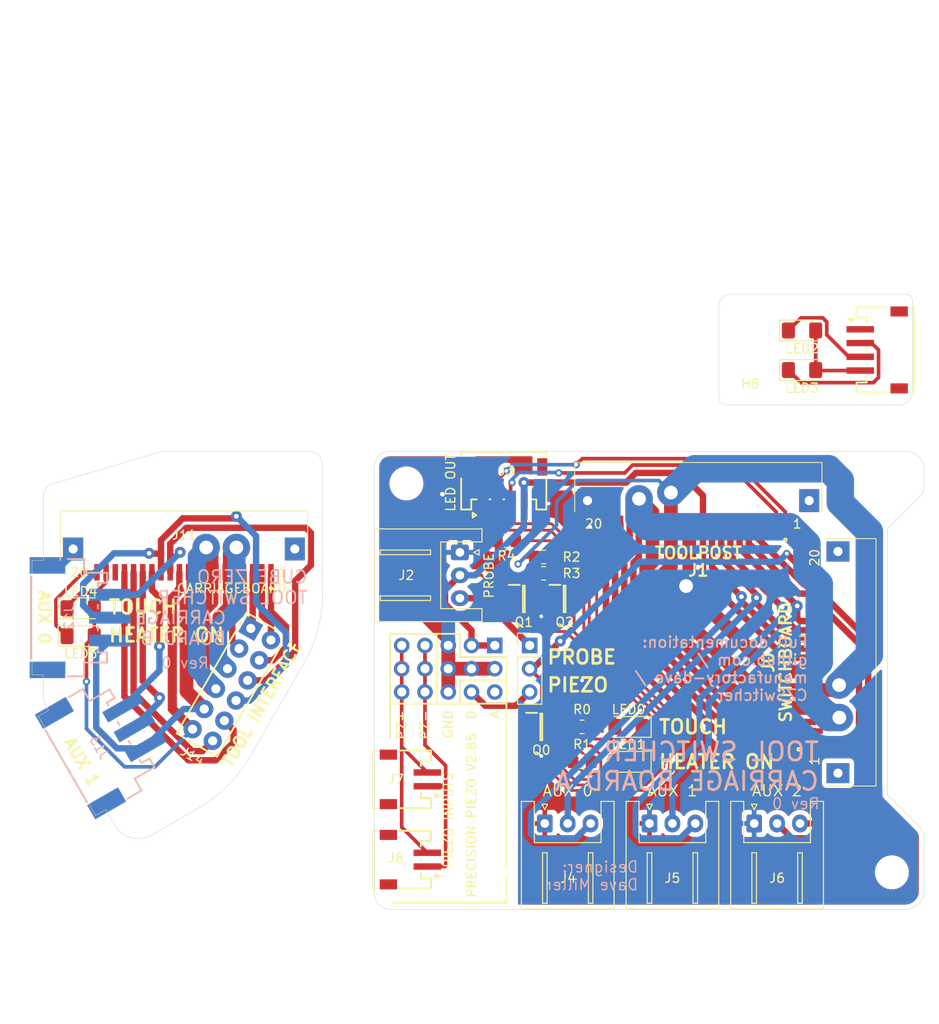
<source format=kicad_pcb>
(kicad_pcb (version 20171130) (host pcbnew "(5.1.9)-1")
  (layers (0 F.Cu signal) (31 B.Cu signal) (34 B.Paste user) (35 F.Paste user) (36 B.SilkS user) (37 F.SilkS user) (38 B.Mask user) (39 F.Mask user) (44 Edge.Cuts user))
  (net 0 "")
  (net 1 /HEATER_OUT)
  (net 2 /1B)
  (net 3 /2B)
  (net 4 /2A)
  (net 5 /1A)
  (net 6 /AUX0)
  (net 7 /AUX1)
  (net 8 +24V)
  (net 9 GND)
  (net 10 +3V3)
  (net 11 GND1)
  (net 12 /THERM_OUT)
  (net 13 /PROBE)
  (net 14 "Net-(J2-Pad3)")
  (net 15 /PZ+)
  (net 16 /PZ-)
  (net 17 /GND1_1)
  (net 18 /THERM_OUT_1)
  (net 19 /GND_1)
  (net 20 /AUX0_1)
  (net 21 /HEATER_OUT_1)
  (net 22 /24V_1)
  (net 23 /1A_1)
  (net 24 /2A_1)
  (net 25 /2B_1)
  (net 26 /1B_1)
  (net 27 "Net-(JP0-Pad3)")
  (net 28 /3V3_1)
  (net 29 /V_AUX2)
  (net 30 /AUX2)
  (net 31 /V_AUX1)
  (net 32 /V_AUX0)
  (net 33 /AUX1_1)
  (net 34 /V_AUX1_1)
  (net 35 /V_AUX0_1)
  (net 36 /PROBELED-)
  (net 37 "Net-(Q0-Pad3)")
  (net 38 "Net-(Q1-Pad1)")
  (net 39 /PROBELED-_1)
  (net 40 "Net-(Q1-Pad3)")
  (net 41 "Net-(J0-Pad22)")
  (net 42 "Net-(J0-Pad21)")
  (net 43 "Net-(J1-Pad22)")
  (net 44 "Net-(J1-Pad21)")
  (net 45 "Net-(J1-Pad3)")
  (net 46 "Net-(J10-Pad4)")
  (net 47 "Net-(J10-Pad3)")
  (net 48 "Net-(J10-Pad2)")
  (net 49 "Net-(J10-Pad1)")
  (net 50 "Net-(J11-Pad22)")
  (net 51 "Net-(J11-Pad21)")
  (net 52 "Net-(J11-Pad18)")
  (net 53 "Net-(PCB0-Pad11)")
  (net 54 /HEATLED-)
  (net 55 "Net-(J3-Pad1)")
  (net 56 "Net-(Q2-Pad3)")
  (net 57 /HEATLED-_1)
  (module 0c-boards:ZF1-20-XX-ZZ-WT_Handsolder (layer F.Cu) (at 161.955 73.9485 180)
    (fp_text reference J1 (at 0 -5.08) (layer F.SilkS) (effects (font (size 1.27 1.27) (thickness 0.254))))
    (fp_text value TOOLPOST (at 0 -3.175) (layer F.SilkS) (effects (font (size 1.27 1.27) (thickness 0.254))))
    (fp_text user 1 (at -10.795 0) (layer F.SilkS))
    (fp_text user 20 (at 11.43 0) (layer F.SilkS))
    (pad 1 smd rect (at -9.5 0 180) (size 0.6 1.8) (layers F.Cu F.Paste F.Mask) (net 54 /HEATLED-))
    (pad 2 smd rect (at -8.5 0 180) (size 0.6 1.8) (layers F.Cu F.Paste F.Mask) (net 36 /PROBELED-))
    (pad 3 smd rect (at -7.5 0 180) (size 0.6 1.8) (layers F.Cu F.Paste F.Mask) (net 45 "Net-(J1-Pad3)"))
    (pad 4 smd rect (at -6.5 0 180) (size 0.6 1.8) (layers F.Cu F.Paste F.Mask) (net 12 /THERM_OUT))
    (pad 5 smd rect (at -5.5 0 180) (size 0.6 1.8) (layers F.Cu F.Paste F.Mask) (net 11 GND1))
    (pad 6 smd rect (at -4.5 0 180) (size 0.6 1.8) (layers F.Cu F.Paste F.Mask) (net 7 /AUX1))
    (pad 7 smd rect (at -3.5 0 180) (size 0.6 1.8) (layers F.Cu F.Paste F.Mask) (net 31 /V_AUX1))
    (pad 8 smd rect (at -2.5 0 180) (size 0.6 1.8) (layers F.Cu F.Paste F.Mask) (net 6 /AUX0))
    (pad 9 smd rect (at -1.5 0 180) (size 0.6 1.8) (layers F.Cu F.Paste F.Mask) (net 32 /V_AUX0))
    (pad 10 smd rect (at -0.5 0 180) (size 0.6 1.8) (layers F.Cu F.Paste F.Mask) (net 10 +3V3))
    (pad 11 smd rect (at 0.5 0 180) (size 0.6 1.8) (layers F.Cu F.Paste F.Mask) (net 9 GND))
    (pad 12 smd rect (at 1.5 0 180) (size 0.6 1.8) (layers F.Cu F.Paste F.Mask) (net 9 GND))
    (pad 13 smd rect (at 2.5 0 180) (size 0.6 1.8) (layers F.Cu F.Paste F.Mask) (net 1 /HEATER_OUT))
    (pad 14 smd rect (at 3.5 0 180) (size 0.6 1.8) (layers F.Cu F.Paste F.Mask) (net 1 /HEATER_OUT))
    (pad 15 smd rect (at 4.5 0 180) (size 0.6 1.8) (layers F.Cu F.Paste F.Mask) (net 8 +24V))
    (pad 16 smd rect (at 5.5 0 180) (size 0.6 1.8) (layers F.Cu F.Paste F.Mask) (net 8 +24V))
    (pad 17 smd rect (at 6.5 0 180) (size 0.6 1.8) (layers F.Cu F.Paste F.Mask) (net 5 /1A))
    (pad 18 smd rect (at 7.5 0 180) (size 0.6 1.8) (layers F.Cu F.Paste F.Mask) (net 4 /2A))
    (pad 19 smd rect (at 8.5 0 180) (size 0.6 1.8) (layers F.Cu F.Paste F.Mask) (net 3 /2B))
    (pad 20 smd rect (at 9.5 0 180) (size 0.6 1.8) (layers F.Cu F.Paste F.Mask) (net 2 /1B))
    (pad 21 thru_hole rect (at -12.1 2.54 180) (size 2.2 2.5) (drill 1) (layers *.Cu *.Mask) (net 44 "Net-(J1-Pad21)"))
    (pad 22 thru_hole rect (at 12.1 2.54 180) (size 2.2 2.5) (drill 1) (layers *.Cu *.Mask) (net 43 "Net-(J1-Pad22)"))
  )
  (module 0c-boards:ZF1-20-XX-ZZ-WT_Handsolder (layer F.Cu) (at 105.797 79.233136 180)
    (fp_text reference J11 (at -0.024 4.073136) (layer F.SilkS))
    (fp_text value CARRIAGEBOARD (at -5.231 -1.768864) (layer F.SilkS))
    (fp_text user 1 (at -10.795 0) (layer F.SilkS))
    (fp_text user 20 (at 11.43 0) (layer F.SilkS))
    (pad 1 smd rect (at -9.5 0 180) (size 0.6 1.8) (layers F.Cu F.Paste F.Mask) (net 26 /1B_1))
    (pad 2 smd rect (at -8.5 0 180) (size 0.6 1.8) (layers F.Cu F.Paste F.Mask) (net 25 /2B_1))
    (pad 3 smd rect (at -7.5 0 180) (size 0.6 1.8) (layers F.Cu F.Paste F.Mask) (net 24 /2A_1))
    (pad 4 smd rect (at -6.5 0 180) (size 0.6 1.8) (layers F.Cu F.Paste F.Mask) (net 23 /1A_1))
    (pad 5 smd rect (at -5.5 0 180) (size 0.6 1.8) (layers F.Cu F.Paste F.Mask) (net 22 /24V_1))
    (pad 6 smd rect (at -4.5 0 180) (size 0.6 1.8) (layers F.Cu F.Paste F.Mask) (net 22 /24V_1))
    (pad 7 smd rect (at -3.5 0 180) (size 0.6 1.8) (layers F.Cu F.Paste F.Mask) (net 21 /HEATER_OUT_1))
    (pad 8 smd rect (at -2.5 0 180) (size 0.6 1.8) (layers F.Cu F.Paste F.Mask) (net 21 /HEATER_OUT_1))
    (pad 9 smd rect (at -1.5 0 180) (size 0.6 1.8) (layers F.Cu F.Paste F.Mask) (net 19 /GND_1))
    (pad 10 smd rect (at -0.5 0 180) (size 0.6 1.8) (layers F.Cu F.Paste F.Mask) (net 19 /GND_1))
    (pad 11 smd rect (at 0.5 0 180) (size 0.6 1.8) (layers F.Cu F.Paste F.Mask) (net 28 /3V3_1))
    (pad 12 smd rect (at 1.5 0 180) (size 0.6 1.8) (layers F.Cu F.Paste F.Mask) (net 35 /V_AUX0_1))
    (pad 13 smd rect (at 2.5 0 180) (size 0.6 1.8) (layers F.Cu F.Paste F.Mask) (net 20 /AUX0_1))
    (pad 14 smd rect (at 3.5 0 180) (size 0.6 1.8) (layers F.Cu F.Paste F.Mask) (net 34 /V_AUX1_1))
    (pad 15 smd rect (at 4.5 0 180) (size 0.6 1.8) (layers F.Cu F.Paste F.Mask) (net 33 /AUX1_1))
    (pad 16 smd rect (at 5.5 0 180) (size 0.6 1.8) (layers F.Cu F.Paste F.Mask) (net 17 /GND1_1))
    (pad 17 smd rect (at 6.5 0 180) (size 0.6 1.8) (layers F.Cu F.Paste F.Mask) (net 18 /THERM_OUT_1))
    (pad 18 smd rect (at 7.5 0 180) (size 0.6 1.8) (layers F.Cu F.Paste F.Mask) (net 52 "Net-(J11-Pad18)"))
    (pad 19 smd rect (at 8.5 0 180) (size 0.6 1.8) (layers F.Cu F.Paste F.Mask) (net 39 /PROBELED-_1))
    (pad 20 smd rect (at 9.5 0 180) (size 0.6 1.8) (layers F.Cu F.Paste F.Mask) (net 57 /HEATLED-_1))
    (pad 21 thru_hole rect (at -12.1 2.54 180) (size 2.2 2.5) (drill 1) (layers *.Cu *.Mask) (net 51 "Net-(J11-Pad21)"))
    (pad 22 thru_hole rect (at 12.1 2.54 180) (size 2.2 2.5) (drill 1) (layers *.Cu *.Mask) (net 50 "Net-(J11-Pad22)"))
  )
  (module 0c-boards:ZF1-20-XX-ZZ-WT_Handsolder (layer F.Cu) (at 174.655 89.0615 90)
    (fp_text reference J0 (at 0 -5.08 90) (layer F.SilkS) (effects (font (size 1.27 1.27) (thickness 0.254))))
    (fp_text value SWITCHBOARD (at 0 -3.175 90) (layer F.SilkS) (effects (font (size 1.27 1.27) (thickness 0.254))))
    (fp_text user 1 (at -10.795 0 90) (layer F.SilkS))
    (fp_text user 20 (at 11.43 0 90) (layer F.SilkS))
    (pad 1 smd rect (at -9.5 0 90) (size 0.6 1.8) (layers F.Cu F.Paste F.Mask) (net 2 /1B))
    (pad 2 smd rect (at -8.5 0 90) (size 0.6 1.8) (layers F.Cu F.Paste F.Mask) (net 3 /2B))
    (pad 3 smd rect (at -7.5 0 90) (size 0.6 1.8) (layers F.Cu F.Paste F.Mask) (net 4 /2A))
    (pad 4 smd rect (at -6.5 0 90) (size 0.6 1.8) (layers F.Cu F.Paste F.Mask) (net 5 /1A))
    (pad 5 smd rect (at -5.5 0 90) (size 0.6 1.8) (layers F.Cu F.Paste F.Mask) (net 8 +24V))
    (pad 6 smd rect (at -4.5 0 90) (size 0.6 1.8) (layers F.Cu F.Paste F.Mask) (net 8 +24V))
    (pad 7 smd rect (at -3.5 0 90) (size 0.6 1.8) (layers F.Cu F.Paste F.Mask) (net 1 /HEATER_OUT))
    (pad 8 smd rect (at -2.5 0 90) (size 0.6 1.8) (layers F.Cu F.Paste F.Mask) (net 1 /HEATER_OUT))
    (pad 9 smd rect (at -1.5 0 90) (size 0.6 1.8) (layers F.Cu F.Paste F.Mask) (net 9 GND))
    (pad 10 smd rect (at -0.5 0 90) (size 0.6 1.8) (layers F.Cu F.Paste F.Mask) (net 9 GND))
    (pad 11 smd rect (at 0.5 0 90) (size 0.6 1.8) (layers F.Cu F.Paste F.Mask) (net 10 +3V3))
    (pad 12 smd rect (at 1.5 0 90) (size 0.6 1.8) (layers F.Cu F.Paste F.Mask) (net 32 /V_AUX0))
    (pad 13 smd rect (at 2.5 0 90) (size 0.6 1.8) (layers F.Cu F.Paste F.Mask) (net 6 /AUX0))
    (pad 14 smd rect (at 3.5 0 90) (size 0.6 1.8) (layers F.Cu F.Paste F.Mask) (net 31 /V_AUX1))
    (pad 15 smd rect (at 4.5 0 90) (size 0.6 1.8) (layers F.Cu F.Paste F.Mask) (net 7 /AUX1))
    (pad 16 smd rect (at 5.5 0 90) (size 0.6 1.8) (layers F.Cu F.Paste F.Mask) (net 29 /V_AUX2))
    (pad 17 smd rect (at 6.5 0 90) (size 0.6 1.8) (layers F.Cu F.Paste F.Mask) (net 30 /AUX2))
    (pad 18 smd rect (at 7.5 0 90) (size 0.6 1.8) (layers F.Cu F.Paste F.Mask) (net 11 GND1))
    (pad 19 smd rect (at 8.5 0 90) (size 0.6 1.8) (layers F.Cu F.Paste F.Mask) (net 12 /THERM_OUT))
    (pad 20 smd rect (at 9.5 0 90) (size 0.6 1.8) (layers F.Cu F.Paste F.Mask) (net 13 /PROBE))
    (pad 21 thru_hole rect (at -12.1 2.54 90) (size 2.2 2.5) (drill 1) (layers *.Cu *.Mask) (net 42 "Net-(J0-Pad21)"))
    (pad 22 thru_hole rect (at 12.1 2.54 90) (size 2.2 2.5) (drill 1) (layers *.Cu *.Mask) (net 41 "Net-(J0-Pad22)"))
  )
  (module 1SamacSys_Parts:JST-XH_2.50MM_03x01_SMT (layer B.Cu) (at 100.390496 96.115586 120)
    (fp_text reference J13 (at 0 -4.445 120) (layer B.SilkS) (effects (justify mirror)))
    (fp_text value "AUX 1" (at -0.426301 -6.880452 120) (layer F.SilkS) (effects (font (size 1.27 1.27) (thickness 0.254))))
    (pad 1 smd rect (at -2.5 0 120) (size 1.3 4.5) (layers B.Cu B.Paste B.Mask) (net 19 /GND_1))
    (pad 2 smd rect (at 0 0 120) (size 1.3 4.5) (layers B.Cu B.Paste B.Mask) (net 33 /AUX1_1))
    (pad 3 smd rect (at 2.5 0 120) (size 1.3 4.5) (layers B.Cu B.Paste B.Mask) (net 34 /V_AUX1_1))
    (pad 4 smd rect (at -5.7 -6.8 120) (size 1.8 3.9) (layers B.Cu B.Paste B.Mask))
    (pad 5 smd rect (at 5.7 -6.8 120) (size 1.8 3.9) (layers B.Cu B.Paste B.Mask))
  )
  (module 1SamacSys_Parts:JST-XH_2.50MM_03x01_SMT (layer B.Cu) (at 97.696999 84.183136 90)
    (fp_text reference J12 (at 0 -4.445 90) (layer B.SilkS) (effects (justify mirror)))
    (fp_text value "AUX 0")
    (pad 1 smd rect (at -2.5 0 90) (size 1.3 4.5) (layers B.Cu B.Paste B.Mask) (net 19 /GND_1))
    (pad 2 smd rect (at 0 0 90) (size 1.3 4.5) (layers B.Cu B.Paste B.Mask) (net 20 /AUX0_1))
    (pad 3 smd rect (at 2.5 0 90) (size 1.3 4.5) (layers B.Cu B.Paste B.Mask) (net 35 /V_AUX0_1))
    (pad 4 smd rect (at -5.7 -6.8 90) (size 1.8 3.9) (layers B.Cu B.Paste B.Mask))
    (pad 5 smd rect (at 5.7 -6.8 90) (size 1.8 3.9) (layers B.Cu B.Paste B.Mask))
  )
  (module 0c-boards:813-S1-012-10-014101 (layer F.Cu) (at 115.289058 86.631248 240)
    (fp_text reference J14 (at 15.25233 1.100306 150) (layer F.SilkS))
    (fp_text value "TOOL INTERFACE" (at 6.492995 -2.641307 60) (layer F.SilkS) (effects (font (size 1.27 1.27) (thickness 0.254))))
    (pad 12 thru_hole circle (at 12.7 0 240) (size 2 2) (drill 1) (layers *.Cu *.Mask) (net 17 /GND1_1))
    (pad 10 thru_hole circle (at 10.16 0 240) (size 2 2) (drill 1) (layers *.Cu *.Mask) (net 18 /THERM_OUT_1))
    (pad 8 thru_hole circle (at 7.62 0 240) (size 2 2) (drill 1) (layers *.Cu *.Mask) (net 20 /AUX0_1))
    (pad 6 thru_hole circle (at 5.08 0 240) (size 2 2) (drill 1) (layers *.Cu *.Mask) (net 35 /V_AUX0_1))
    (pad 4 thru_hole circle (at 2.54 0 240) (size 2 2) (drill 1) (layers *.Cu *.Mask) (net 26 /1B_1))
    (pad 11 thru_hole circle (at 12.7 2.54 240) (size 2 2) (drill 1) (layers *.Cu *.Mask) (net 28 /3V3_1))
    (pad 9 thru_hole circle (at 10.16 2.54 240) (size 2 2) (drill 1) (layers *.Cu *.Mask) (net 19 /GND_1))
    (pad 7 thru_hole circle (at 7.62 2.54 240) (size 2 2) (drill 1) (layers *.Cu *.Mask) (net 21 /HEATER_OUT_1))
    (pad 5 thru_hole circle (at 5.08 2.54 240) (size 2 2) (drill 1) (layers *.Cu *.Mask) (net 22 /24V_1))
    (pad 3 thru_hole circle (at 2.54 2.54 240) (size 2 2) (drill 1) (layers *.Cu *.Mask) (net 23 /1A_1))
    (pad 1 thru_hole rect (at 0 2.54 240) (size 2 2) (drill 1) (layers *.Cu *.Mask) (net 24 /2A_1))
    (pad 2 thru_hole circle (at 0 0 240) (size 2 2) (drill 1) (layers *.Cu *.Mask) (net 25 /2B_1))
  )
  (module 0Mosfets:SUPER-SOT-3 (layer F.Cu) (at 142.905 82.14)
    (fp_text reference Q1 (at 0 2.54) (layer F.SilkS))
    (fp_text value NTR1P02T1G)
    (pad 1 smd rect (at -1.05 -0.96 90) (size 0.65 1.2) (layers F.Cu F.Paste F.Mask) (net 38 "Net-(Q1-Pad1)"))
    (pad 2 smd rect (at -1.05 0.96 90) (size 0.65 1.2) (layers F.Cu F.Paste F.Mask) (net 10 +3V3))
    (pad 3 smd rect (at 1.05 0 90) (size 0.65 1.2) (layers F.Cu F.Paste F.Mask) (net 40 "Net-(Q1-Pad3)"))
  )
  (module Resistor_SMD:R_0805_2012Metric_Pad1.20x1.40mm_HandSolder (layer F.Cu) (at 141 75.79 180)
    (fp_text reference R4 (at 0 -1.65) (layer F.SilkS))
    (fp_text value 220R)
    (pad 2 smd roundrect (at 1 0 180) (size 1.2 1.4) (layers F.Cu F.Paste F.Mask) (roundrect_rratio 0.208333) (net 9 GND))
    (pad 1 smd roundrect (at -1 0 180) (size 1.2 1.4) (layers F.Cu F.Paste F.Mask) (roundrect_rratio 0.208333) (net 40 "Net-(Q1-Pad3)"))
  )
  (module 0Mosfets:SUPER-SOT-3 (layer F.Cu) (at 147.35 82.14)
    (fp_text reference Q2 (at 0 2.54) (layer F.SilkS))
    (fp_text value DMN3150L-7)
    (pad 1 smd rect (at -1.05 -0.96 90) (size 0.65 1.2) (layers F.Cu F.Paste F.Mask) (net 40 "Net-(Q1-Pad3)"))
    (pad 2 smd rect (at -1.05 0.96 90) (size 0.65 1.2) (layers F.Cu F.Paste F.Mask) (net 9 GND))
    (pad 3 smd rect (at 1.05 0 90) (size 0.65 1.2) (layers F.Cu F.Paste F.Mask) (net 56 "Net-(Q2-Pad3)"))
  )
  (module MountingHole:MountingHole_2.7mm_M2.5 (layer F.Cu) (at 167.628 54.963 180)
    (fp_text reference H8 (at 0 -3.7) (layer F.SilkS))
    (fp_text value MountingHole)
    (pad 1 np_thru_hole circle (at 0 0 180) (size 2.7 2.7) (drill 2.7) (layers *.Cu *.Mask))
  )
  (module 0_Daves_Stuff:JST-ZH_S2B-ZR-SM4A-TF (layer F.Cu) (at 132.364 111.35 90)
    (fp_text reference J8 (at 0.9 -3.429 180) (layer F.SilkS))
    (fp_text value "PIEZO 2")
    (pad 4 smd rect (at 3.45 -4.25 90) (size 1.1 1.9) (layers F.Cu F.Paste F.Mask))
    (pad 3 smd rect (at -1.95 -4.25 90) (size 1.1 1.9) (layers F.Cu F.Paste F.Mask))
    (pad 2 smd rect (at 1.5 0 90) (size 0.7 3) (layers F.Cu F.Paste F.Mask) (net 15 /PZ+))
    (pad 1 smd rect (at 0 0 90) (size 0.7 3) (layers F.Cu F.Paste F.Mask) (net 16 /PZ-))
  )
  (module 0_Daves_Stuff:JST-ZH_S2B-ZR-SM4A-TF (layer F.Cu) (at 132.364 102.587 90)
    (fp_text reference J7 (at 0.762 -3.429 180) (layer F.SilkS))
    (fp_text value "PIEZO 1")
    (pad 4 smd rect (at 3.45 -4.25 90) (size 1.1 1.9) (layers F.Cu F.Paste F.Mask))
    (pad 3 smd rect (at -1.95 -4.25 90) (size 1.1 1.9) (layers F.Cu F.Paste F.Mask))
    (pad 2 smd rect (at 1.5 0 90) (size 0.7 3) (layers F.Cu F.Paste F.Mask) (net 15 /PZ+))
    (pad 1 smd rect (at 0 0 90) (size 0.7 3) (layers F.Cu F.Paste F.Mask) (net 16 /PZ-))
  )
  (module 0_Daves_Stuff:JST-ZH_S4B-ZR-SM4A-TF (layer F.Cu) (at 138.46 71.98)
    (fp_text reference J3 (at 2.54 -3.81) (layer F.SilkS))
    (fp_text value "STATUS LED")
    (pad 6 smd rect (at 6.45 -4.25) (size 1.1 1.9) (layers F.Cu F.Paste F.Mask))
    (pad 5 smd rect (at -1.95 -4.25) (size 1.1 1.9) (layers F.Cu F.Paste F.Mask))
    (pad 4 smd rect (at 4.5 0) (size 0.7 3) (layers F.Cu F.Paste F.Mask) (net 10 +3V3))
    (pad 3 smd rect (at 3 0) (size 0.7 3) (layers F.Cu F.Paste F.Mask) (net 36 /PROBELED-))
    (pad 2 smd rect (at 1.5 0) (size 0.7 3) (layers F.Cu F.Paste F.Mask) (net 54 /HEATLED-))
    (pad 1 smd rect (at 0 0) (size 0.7 3) (layers F.Cu F.Paste F.Mask) (net 55 "Net-(J3-Pad1)"))
  )
  (module 0_Daves_Stuff:JST-ZH_S4B-ZR-SM4A-TF (layer F.Cu) (at 179.628 52.713 270)
    (fp_text reference J10)
    (fp_text value "STATUS LED")
    (pad 6 smd rect (at 6.45 -4.25 270) (size 1.1 1.9) (layers F.Cu F.Paste F.Mask))
    (pad 5 smd rect (at -1.95 -4.25 270) (size 1.1 1.9) (layers F.Cu F.Paste F.Mask))
    (pad 4 smd rect (at 4.5 0 270) (size 0.7 3) (layers F.Cu F.Paste F.Mask) (net 46 "Net-(J10-Pad4)"))
    (pad 3 smd rect (at 3 0 270) (size 0.7 3) (layers F.Cu F.Paste F.Mask) (net 47 "Net-(J10-Pad3)"))
    (pad 2 smd rect (at 1.5 0 270) (size 0.7 3) (layers F.Cu F.Paste F.Mask) (net 48 "Net-(J10-Pad2)"))
    (pad 1 smd rect (at 0 0 270) (size 0.7 3) (layers F.Cu F.Paste F.Mask) (net 49 "Net-(J10-Pad1)"))
  )
  (module Connector_JST:JST_XH_S3B-XH-A_1x03_P2.50mm_Horizontal (layer F.Cu) (at 135.92 77.06 270)
    (fp_text reference J2)
    (fp_text value PROBE (at 2.54 -3.175 270) (layer F.SilkS))
    (fp_text user %R (at 2.5 5.842) (layer F.SilkS))
    (pad 3 thru_hole oval (at 5 0 270) (size 1.7 1.95) (drill 0.95) (layers *.Cu *.Mask) (net 14 "Net-(J2-Pad3)"))
    (pad 2 thru_hole oval (at 2.5 0 270) (size 1.7 1.95) (drill 0.95) (layers *.Cu *.Mask) (net 10 +3V3))
    (pad 1 thru_hole roundrect (at 0 0 270) (size 1.7 1.95) (drill 0.95) (layers *.Cu *.Mask) (roundrect_rratio 0.147059) (net 9 GND))
  )
  (module Connector_JST:JST_XH_S3B-XH-A_1x03_P2.50mm_Horizontal (layer F.Cu) (at 168.051 106.651)
    (fp_text reference J6)
    (fp_text value "AUX 2" (at 2.5 -3.57) (layer F.SilkS) (effects (font (size 1.2 1.2))))
    (fp_text user %R (at 2.5 5.969) (layer F.SilkS))
    (pad 3 thru_hole oval (at 5 0) (size 1.7 1.95) (drill 0.95) (layers *.Cu *.Mask) (net 29 /V_AUX2))
    (pad 2 thru_hole oval (at 2.5 0) (size 1.7 1.95) (drill 0.95) (layers *.Cu *.Mask) (net 30 /AUX2))
    (pad 1 thru_hole roundrect (at 0 0) (size 1.7 1.95) (drill 0.95) (layers *.Cu *.Mask) (roundrect_rratio 0.147059) (net 9 GND))
  )
  (module Connector_JST:JST_XH_S3B-XH-A_1x03_P2.50mm_Horizontal (layer F.Cu) (at 156.621 106.651)
    (fp_text reference J5)
    (fp_text value "AUX 1" (at 2.5 -3.57) (layer F.SilkS) (effects (font (size 1.2 1.2))))
    (fp_text user %R (at 2.5 5.969) (layer F.SilkS))
    (pad 3 thru_hole oval (at 5 0) (size 1.7 1.95) (drill 0.95) (layers *.Cu *.Mask) (net 31 /V_AUX1))
    (pad 2 thru_hole oval (at 2.5 0) (size 1.7 1.95) (drill 0.95) (layers *.Cu *.Mask) (net 7 /AUX1))
    (pad 1 thru_hole roundrect (at 0 0) (size 1.7 1.95) (drill 0.95) (layers *.Cu *.Mask) (roundrect_rratio 0.147059) (net 9 GND))
  )
  (module Connector_JST:JST_XH_S3B-XH-A_1x03_P2.50mm_Horizontal (layer F.Cu) (at 145.191 106.651)
    (fp_text reference J4)
    (fp_text value "AUX 0" (at 2.5 -3.57) (layer F.SilkS) (effects (font (size 1.2 1.2))))
    (fp_text user %R (at 2.54 5.969) (layer F.SilkS))
    (pad 3 thru_hole oval (at 5 0) (size 1.7 1.95) (drill 0.95) (layers *.Cu *.Mask) (net 32 /V_AUX0))
    (pad 2 thru_hole oval (at 2.5 0) (size 1.7 1.95) (drill 0.95) (layers *.Cu *.Mask) (net 6 /AUX0))
    (pad 1 thru_hole roundrect (at 0 0) (size 1.7 1.95) (drill 0.95) (layers *.Cu *.Mask) (roundrect_rratio 0.147059) (net 9 GND))
  )
  (module 0Mosfets:SUPER-SOT-3 (layer F.Cu) (at 144.81 96.11)
    (fp_text reference Q0 (at 0 2.54) (layer F.SilkS))
    (fp_text value DMN3150L-7)
    (pad 1 smd rect (at -1.05 -0.96 90) (size 0.65 1.2) (layers F.Cu F.Paste F.Mask) (net 13 /PROBE))
    (pad 2 smd rect (at -1.05 0.96 90) (size 0.65 1.2) (layers F.Cu F.Paste F.Mask) (net 9 GND))
    (pad 3 smd rect (at 1.05 0 90) (size 0.65 1.2) (layers F.Cu F.Paste F.Mask) (net 37 "Net-(Q0-Pad3)"))
  )
  (module Resistor_SMD:R_0805_2012Metric_Pad1.20x1.40mm_HandSolder (layer F.Cu) (at 145.064 79.346 180)
    (fp_text reference R3 (at -3.048 0) (layer F.SilkS))
    (fp_text value 39k)
    (pad 2 smd roundrect (at 1 0 180) (size 1.2 1.4) (layers F.Cu F.Paste F.Mask) (roundrect_rratio 0.208333) (net 9 GND))
    (pad 1 smd roundrect (at -1 0 180) (size 1.2 1.4) (layers F.Cu F.Paste F.Mask) (roundrect_rratio 0.208333) (net 38 "Net-(Q1-Pad1)"))
  )
  (module Resistor_SMD:R_0805_2012Metric_Pad1.20x1.40mm_HandSolder (layer F.Cu) (at 145.064 77.568)
    (fp_text reference R2 (at 3.048 0) (layer F.SilkS))
    (fp_text value 39k)
    (pad 2 smd roundrect (at 1 0) (size 1.2 1.4) (layers F.Cu F.Paste F.Mask) (roundrect_rratio 0.208333) (net 38 "Net-(Q1-Pad1)"))
    (pad 1 smd roundrect (at -1 0) (size 1.2 1.4) (layers F.Cu F.Paste F.Mask) (roundrect_rratio 0.208333) (net 1 /HEATER_OUT))
  )
  (module Resistor_SMD:R_0805_2012Metric_Pad1.20x1.40mm_HandSolder (layer F.Cu) (at 149.255 99.92)
    (fp_text reference R1 (at 0 -1.905) (layer F.SilkS))
    (fp_text value 51R)
    (pad 2 smd roundrect (at 1 0) (size 1.2 1.4) (layers F.Cu F.Paste F.Mask) (roundrect_rratio 0.208333) (net 56 "Net-(Q2-Pad3)"))
    (pad 1 smd roundrect (at -1 0) (size 1.2 1.4) (layers F.Cu F.Paste F.Mask) (roundrect_rratio 0.208333) (net 54 /HEATLED-))
  )
  (module Resistor_SMD:R_0805_2012Metric_Pad1.20x1.40mm_HandSolder (layer F.Cu) (at 149.255 96.11)
    (fp_text reference R0 (at 0 -1.905) (layer F.SilkS))
    (fp_text value 39R)
    (pad 2 smd roundrect (at 1 0) (size 1.2 1.4) (layers F.Cu F.Paste F.Mask) (roundrect_rratio 0.208333) (net 37 "Net-(Q0-Pad3)"))
    (pad 1 smd roundrect (at -1 0) (size 1.2 1.4) (layers F.Cu F.Paste F.Mask) (roundrect_rratio 0.208333) (net 36 /PROBELED-))
  )
  (module LED_SMD:LED_1206_3216Metric_Pad1.42x1.75mm_HandSolder (layer F.Cu) (at 94.518 86.209)
    (fp_text reference LED5 (at 0 1.905) (layer F.SilkS))
    (fp_text value APTD3216LSYCK)
    (pad 2 smd roundrect (at 1.4875 0) (size 1.425 1.75) (layers F.Cu F.Paste F.Mask) (roundrect_rratio 0.175439) (net 28 /3V3_1))
    (pad 1 smd roundrect (at -1.4875 0) (size 1.425 1.75) (layers F.Cu F.Paste F.Mask) (roundrect_rratio 0.175439) (net 57 /HEATLED-_1))
  )
  (module LED_SMD:LED_1206_3216Metric_Pad1.42x1.75mm_HandSolder (layer F.Cu) (at 94.518 83.161)
    (fp_text reference LED4 (at 0 -1.82) (layer F.SilkS))
    (fp_text value APTD3216LVBC_D)
    (pad 2 smd roundrect (at 1.4875 0) (size 1.425 1.75) (layers F.Cu F.Paste F.Mask) (roundrect_rratio 0.175439) (net 28 /3V3_1))
    (pad 1 smd roundrect (at -1.4875 0) (size 1.425 1.75) (layers F.Cu F.Paste F.Mask) (roundrect_rratio 0.175439) (net 39 /PROBELED-_1))
  )
  (module LED_SMD:LED_1206_3216Metric_Pad1.42x1.75mm_HandSolder (layer F.Cu) (at 173.278 57.158)
    (fp_text reference LED3 (at 0 1.964) (layer F.SilkS))
    (fp_text value APTD3216LSYCK)
    (pad 2 smd roundrect (at 1.4875 0) (size 1.425 1.75) (layers F.Cu F.Paste F.Mask) (roundrect_rratio 0.175439) (net 46 "Net-(J10-Pad4)"))
    (pad 1 smd roundrect (at -1.4875 0) (size 1.425 1.75) (layers F.Cu F.Paste F.Mask) (roundrect_rratio 0.175439) (net 48 "Net-(J10-Pad2)"))
  )
  (module LED_SMD:LED_1206_3216Metric_Pad1.42x1.75mm_HandSolder (layer F.Cu) (at 173.278 52.84)
    (fp_text reference LED2 (at 0 1.964) (layer F.SilkS))
    (fp_text value APTD3216LVBC_D)
    (pad 2 smd roundrect (at 1.4875 0) (size 1.425 1.75) (layers F.Cu F.Paste F.Mask) (roundrect_rratio 0.175439) (net 46 "Net-(J10-Pad4)"))
    (pad 1 smd roundrect (at -1.4875 0) (size 1.425 1.75) (layers F.Cu F.Paste F.Mask) (roundrect_rratio 0.175439) (net 47 "Net-(J10-Pad3)"))
  )
  (module LED_SMD:LED_1206_3216Metric_Pad1.42x1.75mm_HandSolder (layer F.Cu) (at 154.335 99.92 180)
    (fp_text reference LED1 (at 0 1.905) (layer F.SilkS))
    (fp_text value APTD3216LSYCK)
    (pad 2 smd roundrect (at 1.4875 0 180) (size 1.425 1.75) (layers F.Cu F.Paste F.Mask) (roundrect_rratio 0.175439) (net 10 +3V3))
    (pad 1 smd roundrect (at -1.4875 0 180) (size 1.425 1.75) (layers F.Cu F.Paste F.Mask) (roundrect_rratio 0.175439) (net 54 /HEATLED-))
  )
  (module LED_SMD:LED_1206_3216Metric_Pad1.42x1.75mm_HandSolder (layer F.Cu) (at 154.335 96.11 180)
    (fp_text reference LED0 (at 0 1.905) (layer F.SilkS))
    (fp_text value APTD3216LVBC_D)
    (pad 2 smd roundrect (at 1.4875 0 180) (size 1.425 1.75) (layers F.Cu F.Paste F.Mask) (roundrect_rratio 0.175439) (net 10 +3V3))
    (pad 1 smd roundrect (at -1.4875 0 180) (size 1.425 1.75) (layers F.Cu F.Paste F.Mask) (roundrect_rratio 0.175439) (net 36 /PROBELED-))
  )
  (module MountingHole:MountingHole_2.7mm_M2.5 (layer F.Cu) (at 100.8214 105.295612)
    (fp_text reference H1)
    (fp_text value MountingHole)
    (pad 1 np_thru_hole circle (at 0 0) (size 2.7 2.7) (drill 2.7) (layers *.Cu *.Mask))
  )
  (module MountingHole:MountingHole_2.7mm_M2.5 (layer F.Cu) (at 106.797 69.033136)
    (fp_text reference H3)
    (fp_text value MountingHole)
    (pad 1 np_thru_hole circle (at 0 0) (size 2.7 2.7) (drill 2.7) (layers *.Cu *.Mask))
  )
  (module MountingHole:MountingHole_2.7mm_M2.5 (layer F.Cu) (at 117.797 69.033136)
    (fp_text reference H2)
    (fp_text value MountingHole)
    (pad 1 np_thru_hole circle (at 0 0) (size 2.7 2.7) (drill 2.7) (layers *.Cu *.Mask))
  )
  (module MountingHole:MountingHole_2.7mm_M2.5 (layer F.Cu) (at 139.73 111.985)
    (fp_text reference H5)
    (fp_text value MountingHole)
    (pad 1 np_thru_hole circle (at 0 0) (size 2.7 2.7) (drill 2.7) (layers *.Cu *.Mask))
  )
  (module MountingHole:MountingHole_2.7mm_M2.5 (layer F.Cu) (at 130.086002 69.536)
    (fp_text reference H4)
    (fp_text value MountingHole)
    (pad 1 np_thru_hole circle (at 0 0) (size 2.7 2.7) (drill 2.7) (layers *.Cu *.Mask))
  )
  (module Connector_PinHeader_2.54mm:PinHeader_1x03_P2.54mm_Vertical (layer F.Cu) (at 143.54 87.22)
    (fp_text reference JP0)
    (fp_text value "PIEZO / PROBE SELECT")
    (pad 1 thru_hole rect (at 0 0) (size 1.7 1.7) (drill 1) (layers *.Cu *.Mask) (net 14 "Net-(J2-Pad3)"))
    (pad 2 thru_hole oval (at 0 2.54) (size 1.7 1.7) (drill 1) (layers *.Cu *.Mask) (net 13 /PROBE))
    (pad 3 thru_hole oval (at 0 5.08) (size 1.7 1.7) (drill 1) (layers *.Cu *.Mask) (net 27 "Net-(JP0-Pad3)"))
  )
  (module MountingHole:MountingHole_2.7mm_M2.5 (layer F.Cu) (at 183.086 111.985)
    (fp_text reference H7)
    (fp_text value MountingHole)
    (pad 1 np_thru_hole circle (at 0 0) (size 2.7 2.7) (drill 2.7) (layers *.Cu *.Mask))
  )
  (module 0c-boards:Precision_Piezo_2.85 (layer F.Cu) (at 134.65 92.3 90)
    (fp_text reference PCB0)
    (fp_text value PrecisionPiezo285)
    (fp_text user "PRECISION PIEZO V2.85" (at -13.462 2.54 90) (layer F.SilkS))
    (fp_text user PZ+ (at -1.905 -5.08 90) (layer F.SilkS) (effects (justify right)))
    (fp_text user PZ- (at -1.905 -2.54 90) (layer F.SilkS) (effects (justify right)))
    (fp_text user A (at -1.905 5.08 90) (layer F.SilkS) (effects (justify right)))
    (fp_text user D (at -1.905 2.54 90) (layer F.SilkS) (effects (justify right)))
    (fp_text user GND (at -1.905 0 90) (layer F.SilkS) (effects (justify right)))
    (pad 13 thru_hole oval (at 0 0 90) (size 1.7 1.7) (drill 1) (layers *.Cu *.Mask) (net 9 GND))
    (pad 14 thru_hole oval (at 0 -2.54 90) (size 1.7 1.7) (drill 1) (layers *.Cu *.Mask) (net 16 /PZ-))
    (pad 12 thru_hole oval (at 0 2.54 90) (size 1.7 1.7) (drill 1) (layers *.Cu *.Mask) (net 27 "Net-(JP0-Pad3)"))
    (pad 11 thru_hole oval (at 0 5.08 90) (size 1.7 1.7) (drill 1) (layers *.Cu *.Mask) (net 53 "Net-(PCB0-Pad11)"))
    (pad 15 thru_hole oval (at 0 -5.08 90) (size 1.7 1.7) (drill 1) (layers *.Cu *.Mask) (net 15 /PZ+))
    (pad 10 thru_hole oval (at 2.54 -5.08 90) (size 1.7 1.7) (drill 1) (layers *.Cu *.Mask) (net 15 /PZ+))
    (pad 9 thru_hole oval (at 2.54 -2.54 90) (size 1.7 1.7) (drill 1) (layers *.Cu *.Mask) (net 16 /PZ-))
    (pad 8 thru_hole oval (at 2.54 0 90) (size 1.7 1.7) (drill 1) (layers *.Cu *.Mask) (net 9 GND))
    (pad 7 thru_hole oval (at 2.54 2.54 90) (size 1.7 1.7) (drill 1) (layers *.Cu *.Mask) (net 9 GND))
    (pad 6 thru_hole oval (at 2.54 5.08 90) (size 1.7 1.7) (drill 1) (layers *.Cu *.Mask) (net 9 GND))
    (pad 5 thru_hole oval (at 5.08 -5.08 90) (size 1.7 1.7) (drill 1) (layers *.Cu *.Mask) (net 15 /PZ+))
    (pad 4 thru_hole oval (at 5.08 -2.54 90) (size 1.7 1.7) (drill 1) (layers *.Cu *.Mask) (net 16 /PZ-))
    (pad 3 thru_hole oval (at 5.08 0 90) (size 1.7 1.7) (drill 1) (layers *.Cu *.Mask) (net 9 GND))
    (pad 2 thru_hole oval (at 5.08 2.54 90) (size 1.7 1.7) (drill 1) (layers *.Cu *.Mask) (net 10 +3V3))
    (pad 1 thru_hole rect (at 5.08 5.08 90) (size 1.7 1.7) (drill 1) (layers *.Cu *.Mask) (net 10 +3V3))
  )
  (module MountingHole:MountingHole_2.7mm_M2.5 (layer F.Cu) (at 183.086 69.536)
    (fp_text reference H6)
    (fp_text value MountingHole)
    (pad 1 np_thru_hole circle (at 0 0) (size 2.7 2.7) (drill 2.7) (layers *.Cu *.Mask))
  )
  (gr_line (start 184.614 66.036) (end 128.273 66.036) (angle 90) (layer Edge.Cuts) (width 0.05))
  (gr_text "CARRIAGE\nBOARD B" (at 110.52 85.32) (layer B.SilkS) (effects (font (size 1.4 1.4) (thickness 0.2)) (justify left mirror)))
  (gr_line (start 186.586 108.243) (end 186.586 113.972) (layer Edge.Cuts) (width 0.05))
  (gr_line (start 89.906 94.952) (end 96.16 105.775) (layer Edge.Cuts) (width 0.05))
  (gr_line (start 182.586 103.536) (end 182.586 74.536) (layer Edge.Cuts) (width 0.05))
  (gr_line (start 90.454 90.421) (end 90.454 92.782) (layer Edge.Cuts) (width 0.05))
  (gr_line (start 89.217 77.942) (end 89.217 90.421) (layer Edge.Cuts) (width 0.05))
  (gr_line (start 90.453845 70.907601) (end 90.454 77.942) (layer Edge.Cuts) (width 0.05))
  (gr_text "Rev 0" (at 108.615 89.13) (layer B.SilkS) (effects (font (size 1.2 1.2)) (justify left mirror)))
  (gr_text "CUBE ZERO\nTOOL SWITCHER" (at 119.41 80.875) (layer B.SilkS) (effects (font (size 1.4 1.4) (thickness 0.2)) (justify left mirror)))
  (gr_text "PIEZO INPUTS" (at 134.65 106.27 90) (layer F.SilkS) (effects (font (size 1 1))))
  (gr_text "LED OUT" (at 134.904 69.44 90) (layer F.SilkS) (effects (font (size 1 1))))
  (gr_text TOUCH (at 157.51 96.11) (layer F.SilkS) (effects (font (size 1.5 1.5) (thickness 0.3)) (justify left)))
  (gr_line (start 186.586 67.987) (end 186.58577 69.944) (layer Edge.Cuts) (width 0.05))
  (gr_line (start 126.586 67.723) (end 126.586 114.31) (angle 90) (layer Edge.Cuts) (width 0.05))
  (gr_text PROBE (at 145.318 88.49) (layer F.SilkS) (effects (font (size 1.5 1.5) (thickness 0.3)) (justify left)))
  (gr_text TOUCH (at 97.439 83.034) (layer F.SilkS) (effects (font (size 1.5 1.5) (thickness 0.3)) (justify left)))
  (gr_text "HEATER ON" (at 97.439 86.082) (layer F.SilkS) (effects (font (size 1.5 1.5) (thickness 0.3)) (justify left)))
  (gr_text "AUX 0" (at 90.565 84.145 -90) (layer F.SilkS) (effects (font (size 1.27 1.27) (thickness 0.257))))
  (gr_text "HEATER ON" (at 157.51 99.92) (layer F.SilkS) (effects (font (size 1.5 1.5) (thickness 0.3)) (justify left)))
  (gr_text "TOOL SWITCHER\nCARRIAGE BOARD A" (at 175.29 100.428) (layer B.SilkS) (effects (font (size 2 2) (thickness 0.3)) (justify left mirror)))
  (gr_text PIEZO (at 145.318 91.538) (layer F.SilkS) (effects (font (size 1.5 1.5) (thickness 0.3)) (justify left)))
  (gr_text "Full documentation:\ngithub.com /\nmanufactory-dave /\nCZSwitcher" (at 174.02 89.76) (layer B.SilkS) (effects (font (size 1.2 1.2) (thickness 0.2)) (justify left mirror)))
  (gr_text "Rev 0" (at 175.29 104.492) (layer B.SilkS) (effects (font (size 1.2 1.2)) (justify left mirror)))
  (gr_text "Designer:\nDave Miller" (at 155.478 112.366) (layer B.SilkS) (effects (font (size 1.2 1.2)) (justify left mirror)))
  (gr_line (start 185.343 59.534) (end 185.343 49.582) (angle 90) (layer Edge.Cuts) (width 0.05))
  (gr_line (start 164.198 50.158) (end 164.198 60.146) (angle 90) (layer Edge.Cuts) (width 0.05))
  (gr_line (start 165.02 60.968) (end 183.909 60.968) (angle 90) (layer Edge.Cuts) (width 0.05))
  (gr_line (start 120.938 72.354) (end 120.938 67.535) (angle 90) (layer Edge.Cuts) (width 0.05))
  (gr_line (start 107.371 104.978) (end 102.498 107.789) (angle 90) (layer Edge.Cuts) (width 0.05))
  (gr_line (start 119.438 66.035) (end 104.168 66.035) (angle 90) (layer Edge.Cuts) (width 0.05))
  (gr_line (start 96.16 105.775) (end 97.266 105.135) (angle 90) (layer Edge.Cuts) (width 0.05))
  (gr_line (start 97.266 105.135) (end 98.328 106.973) (angle 90) (layer Edge.Cuts) (width 0.05))
  (gr_line (start 118.861 89.23) (end 113.044 99.305) (angle 90) (layer Edge.Cuts) (width 0.05))
  (gr_line (start 120.938 72.354) (end 120.938 81.48) (angle 90) (layer Edge.Cuts) (width 0.05))
  (gr_line (start 102.648064 66.256139) (end 91.426064 69.588139) (angle 90) (layer Edge.Cuts) (width 0.05))
  (gr_line (start 89.217 90.421) (end 90.454 90.421) (angle 90) (layer Edge.Cuts) (width 0.05))
  (gr_line (start 90.454 77.942) (end 89.217 77.942) (angle 90) (layer Edge.Cuts) (width 0.05))
  (gr_line (start 90.736 93.835) (end 91.012 94.313) (angle 90) (layer Edge.Cuts) (width 0.05))
  (gr_line (start 91.012 94.313) (end 89.906 94.952) (angle 90) (layer Edge.Cuts) (width 0.05))
  (gr_line (start 182.586 74.536) (end 186.167 70.955) (angle 90) (layer Edge.Cuts) (width 0.05))
  (gr_line (start 186.086 107.036) (end 182.586 103.536) (angle 90) (layer Edge.Cuts) (width 0.05))
  (gr_line (start 128.312 116.036) (end 184.522 116.036) (angle 90) (layer Edge.Cuts) (width 0.05))
  (gr_arc (start 183.909 59.534) (end 183.909 60.968) (angle -90) (layer Edge.Cuts) (width 0.05))
  (gr_arc (start 165.02 60.146) (end 164.198 60.146) (angle -90) (layer Edge.Cuts) (width 0.05))
  (gr_arc (start 104.168 71.369) (end 104.168 66.035) (angle -16.556) (layer Edge.Cuts) (width 0.05))
  (gr_arc (start 184.664 49.582) (end 185.343 49.582) (angle -90) (layer Edge.Cuts) (width 0.05))
  (gr_arc (start 165.453 50.158) (end 165.453 48.903) (angle -90) (layer Edge.Cuts) (width 0.05))
  (gr_arc (start 105.438 81.48) (end 118.861 89.23) (angle -30) (layer Edge.Cuts) (width 0.05))
  (gr_arc (start 99.621 91.555) (end 107.371 104.978) (angle -30) (layer Edge.Cuts) (width 0.05))
  (gr_arc (start 100.821 105.296) (end 98.328 106.973) (angle -90) (layer Edge.Cuts) (width 0.05))
  (gr_arc (start 119.438 67.535) (end 120.938 67.535) (angle -90) (layer Edge.Cuts) (width 0.05))
  (gr_arc (start 92.558 92.782) (end 90.454 92.782) (angle -30.021) (layer Edge.Cuts) (width 0.05))
  (gr_arc (start 91.813 70.891) (end 91.426 69.588) (angle -74.158) (layer Edge.Cuts) (width 0.05))
  (gr_arc (start 128.273 67.723) (end 128.273 66.036) (angle -90) (layer Edge.Cuts) (width 0.05))
  (gr_arc (start 184.614 68.008) (end 186.586 67.987) (angle -89.401) (layer Edge.Cuts) (width 0.05))
  (gr_arc (start 185.156 69.944) (end 186.167 70.955) (angle -45) (layer Edge.Cuts) (width 0.05))
  (gr_arc (start 184.879 108.243) (end 186.586 108.243) (angle -45) (layer Edge.Cuts) (width 0.05))
  (gr_arc (start 184.522 113.972) (end 184.522 116.036) (angle -90) (layer Edge.Cuts) (width 0.05))
  (gr_arc (start 128.312 114.31) (end 126.586 114.31) (angle -90) (layer Edge.Cuts) (width 0.05))
  (gr_line (start 165.453 48.903) (end 184.664 48.903) (angle 90) (layer Edge.Cuts) (width 0.05))
  (segment (start 168.193076 92.0841) (end 174.655 92.0841) (width 1.5) (layer F.Cu) (net 1))
  (segment (start 158.067234 79.510256) (end 158.067234 81.958258) (width 1.5) (layer F.Cu) (net 1))
  (segment (start 158.9578 78.61969) (end 158.067234 79.510256) (width 1.5) (layer F.Cu) (net 1))
  (segment (start 158.9578 73.9485) (end 158.9578 78.61969) (width 1.5) (layer F.Cu) (net 1))
  (segment (start 158.067234 81.958258) (end 168.193076 92.0841) (width 1.5) (layer F.Cu) (net 1))
  (segment (start 158.9578 70.532199) (end 159.034 70.455999) (width 1.5) (layer F.Cu) (net 1))
  (segment (start 158.9578 73.9485) (end 158.9578 70.532199) (width 1.5) (layer F.Cu) (net 1))
  (segment (start 174.655 92.0841) (end 174.655 92.5615) (width 0.4) (layer F.Cu) (net 1))
  (segment (start 158.9578 73.9485) (end 159.455 73.9485) (width 0.4) (layer F.Cu) (net 1))
  (segment (start 158.455 73.9485) (end 158.9578 73.9485) (width 0.4) (layer F.Cu) (net 1))
  (segment (start 174.655 91.5615) (end 174.655 92.0841) (width 0.4) (layer F.Cu) (net 1))
  (via (at 142.27 78.33) (size 0.8) (drill 0.4) (layers F.Cu B.Cu) (net 1))
  (via (at 177.321992 91.538) (size 3) (drill 1.5) (layers F.Cu B.Cu) (net 1))
  (segment (start 176.775892 92.0841) (end 177.321992 91.538) (width 1.5) (layer F.Cu) (net 1))
  (segment (start 174.655 92.0841) (end 176.775892 92.0841) (width 1.5) (layer F.Cu) (net 1))
  (via (at 158.9578 70.532199) (size 3) (drill 1.5) (layers F.Cu B.Cu) (net 1))
  (segment (start 143.032 77.568) (end 144.064 77.568) (width 0.4) (layer F.Cu) (net 1))
  (segment (start 142.27 78.33) (end 143.032 77.568) (width 0.4) (layer F.Cu) (net 1))
  (segment (start 161.553989 67.93601) (end 158.9578 70.532199) (width 3) (layer B.Cu) (net 1))
  (segment (start 177.321992 91.538) (end 180.624 88.235992) (width 3) (layer B.Cu) (net 1))
  (segment (start 176.172512 67.93601) (end 161.553989 67.93601) (width 3) (layer B.Cu) (net 1))
  (segment (start 176.172512 67.93601) (end 177.449 69.212498) (width 3) (layer B.Cu) (net 1))
  (segment (start 180.624 74.800498) (end 180.624 88.235992) (width 3) (layer B.Cu) (net 1))
  (segment (start 177.449 71.625498) (end 180.624 74.800498) (width 3) (layer B.Cu) (net 1))
  (segment (start 177.449 69.212498) (end 177.449 71.625498) (width 3) (layer B.Cu) (net 1))
  (segment (start 146.472001 74.127999) (end 142.27 78.33) (width 0.4) (layer B.Cu) (net 1))
  (segment (start 148.795508 69.21799) (end 146.472001 71.541497) (width 0.4) (layer B.Cu) (net 1))
  (segment (start 157.643591 69.21799) (end 148.795508 69.21799) (width 0.4) (layer B.Cu) (net 1))
  (segment (start 146.472001 71.541497) (end 146.472001 74.127999) (width 0.4) (layer B.Cu) (net 1))
  (segment (start 158.9578 70.532199) (end 157.643591 69.21799) (width 0.4) (layer B.Cu) (net 1))
  (segment (start 152.455 76.354301) (end 151.867185 76.942115) (width 0.7) (layer F.Cu) (net 2))
  (segment (start 151.867185 84.526396) (end 165.902289 98.5615) (width 0.7) (layer F.Cu) (net 2))
  (segment (start 151.867185 76.942115) (end 151.867185 84.526396) (width 0.7) (layer F.Cu) (net 2))
  (segment (start 165.902289 98.5615) (end 174.655 98.5615) (width 0.7) (layer F.Cu) (net 2))
  (segment (start 152.455 73.9485) (end 152.455 76.354301) (width 0.7) (layer F.Cu) (net 2))
  (segment (start 153.455 73.9485) (end 153.455 76.768528) (width 0.7) (layer F.Cu) (net 3))
  (segment (start 153.455 76.768528) (end 152.867195 77.356332) (width 0.7) (layer F.Cu) (net 3))
  (segment (start 152.867195 84.112183) (end 166.316512 97.5615) (width 0.7) (layer F.Cu) (net 3))
  (segment (start 166.316512 97.5615) (end 174.655 97.5615) (width 0.7) (layer F.Cu) (net 3))
  (segment (start 152.867195 77.356332) (end 152.867195 84.112183) (width 0.7) (layer F.Cu) (net 3))
  (segment (start 154.455 77.182754) (end 153.867205 77.770549) (width 0.7) (layer F.Cu) (net 4))
  (segment (start 166.730739 96.5615) (end 174.655 96.5615) (width 0.7) (layer F.Cu) (net 4))
  (segment (start 154.455 73.9485) (end 154.455 77.182754) (width 0.7) (layer F.Cu) (net 4))
  (segment (start 153.867205 83.697966) (end 166.730739 96.5615) (width 0.7) (layer F.Cu) (net 4))
  (segment (start 153.867205 77.770549) (end 153.867205 83.697966) (width 0.7) (layer F.Cu) (net 4))
  (segment (start 154.867215 78.184766) (end 154.867215 83.28375) (width 0.7) (layer F.Cu) (net 5))
  (segment (start 155.455 73.9485) (end 155.455 77.59698) (width 0.7) (layer F.Cu) (net 5))
  (segment (start 155.455 77.59698) (end 154.867215 78.184766) (width 0.7) (layer F.Cu) (net 5))
  (segment (start 167.144965 95.5615) (end 174.655 95.5615) (width 0.7) (layer F.Cu) (net 5))
  (segment (start 154.867215 83.28375) (end 167.144965 95.5615) (width 0.7) (layer F.Cu) (net 5))
  (segment (start 168.305 82.353416) (end 168.305 82.013) (width 0.7) (layer B.Cu) (net 6))
  (segment (start 147.691 106.651) (end 147.691 102.967416) (width 0.7) (layer B.Cu) (net 6))
  (segment (start 147.691 102.967416) (end 168.305 82.353416) (width 0.7) (layer B.Cu) (net 6))
  (segment (start 164.455 77.836998) (end 164.455 77.813001) (width 0.7) (layer F.Cu) (net 6))
  (segment (start 174.655 86.5615) (end 172.226547 86.5615) (width 0.7) (layer F.Cu) (net 6))
  (segment (start 172.226547 86.5615) (end 168.305 82.639953) (width 0.7) (layer F.Cu) (net 6))
  (segment (start 168.305 82.639953) (end 168.305 82.013) (width 0.7) (layer F.Cu) (net 6))
  (segment (start 164.455 73.9485) (end 164.455 77.813001) (width 0.7) (layer F.Cu) (net 6))
  (segment (start 168.305 82.013) (end 168.305 81.686998) (width 0.7) (layer F.Cu) (net 6))
  (segment (start 168.305 81.686998) (end 164.455 77.836998) (width 0.7) (layer F.Cu) (net 6))
  (via (at 168.305 82.013) (size 1.2) (drill 0.5) (layers F.Cu B.Cu) (net 6))
  (segment (start 163.08201 98.070499) (end 159.121 102.031509) (width 0.7) (layer B.Cu) (net 7))
  (segment (start 172.366116 84.19211) (end 163.08201 93.476216) (width 0.7) (layer B.Cu) (net 7))
  (segment (start 172.369 82.902) (end 172.366116 82.904884) (width 0.7) (layer B.Cu) (net 7))
  (segment (start 166.455 73.9485) (end 166.455 76.607) (width 0.7) (layer F.Cu) (net 7))
  (segment (start 172.75 84.2565) (end 172.75 82.902) (width 0.7) (layer F.Cu) (net 7))
  (segment (start 159.121 102.031509) (end 159.121 106.651) (width 0.7) (layer B.Cu) (net 7))
  (segment (start 166.455 76.607) (end 172.75 82.902) (width 0.7) (layer F.Cu) (net 7))
  (segment (start 174.655 84.5615) (end 173.055 84.5615) (width 0.7) (layer F.Cu) (net 7))
  (segment (start 172.75 82.902) (end 172.369 82.902) (width 0.7) (layer B.Cu) (net 7))
  (segment (start 163.08201 93.476216) (end 163.08201 98.070499) (width 0.7) (layer B.Cu) (net 7))
  (segment (start 172.366116 82.904884) (end 172.366116 84.19211) (width 0.7) (layer B.Cu) (net 7))
  (segment (start 173.055 84.5615) (end 172.75 84.2565) (width 0.7) (layer F.Cu) (net 7))
  (via (at 172.75 82.902) (size 1.2) (drill 0.5) (layers F.Cu B.Cu) (net 7))
  (segment (start 156.9512 73.9485) (end 157.455 73.9485) (width 0.4) (layer F.Cu) (net 8))
  (segment (start 156.455 73.9485) (end 156.9512 73.9485) (width 0.4) (layer F.Cu) (net 8))
  (segment (start 156.9512 72.6912) (end 155.478 71.218) (width 1.5) (layer F.Cu) (net 8))
  (segment (start 174.655 94.0399) (end 176.295235 94.0399) (width 1.5) (layer F.Cu) (net 8))
  (segment (start 167.603278 94.0399) (end 174.655 94.0399) (width 1.5) (layer F.Cu) (net 8))
  (segment (start 156.267225 82.703847) (end 167.603278 94.0399) (width 1.5) (layer F.Cu) (net 8))
  (segment (start 176.295235 94.0399) (end 177.346969 95.091634) (width 1.5) (layer F.Cu) (net 8))
  (segment (start 174.655 94.0399) (end 174.655 94.5615) (width 0.4) (layer F.Cu) (net 8))
  (segment (start 174.655 93.5615) (end 174.655 94.0399) (width 0.4) (layer F.Cu) (net 8))
  (segment (start 156.9512 73.9485) (end 156.9512 72.6912) (width 1.5) (layer F.Cu) (net 8))
  (segment (start 156.9512 73.9485) (end 156.9512 78.080692) (width 1.5) (layer F.Cu) (net 8))
  (segment (start 156.267224 78.764668) (end 156.267225 82.703847) (width 1.5) (layer F.Cu) (net 8))
  (segment (start 156.9512 78.080692) (end 156.267224 78.764668) (width 1.5) (layer F.Cu) (net 8))
  (via (at 177.346969 95.091634) (size 3) (drill 1.5) (layers F.Cu B.Cu) (net 8))
  (via (at 155.478 71.218) (size 3) (drill 1.5) (layers F.Cu B.Cu) (net 8))
  (segment (start 155.478 73.33932) (end 155.478 71.218) (width 3) (layer B.Cu) (net 8))
  (segment (start 156.402688 74.264008) (end 155.478 73.33932) (width 3) (layer B.Cu) (net 8))
  (segment (start 171.94001 74.264008) (end 156.402688 74.264008) (width 3) (layer B.Cu) (net 8))
  (segment (start 173.807001 76.130999) (end 171.94001 74.264008) (width 3) (layer B.Cu) (net 8))
  (segment (start 173.807001 79.163503) (end 173.807001 76.130999) (width 3) (layer B.Cu) (net 8))
  (segment (start 175.150001 80.506503) (end 173.807001 79.163503) (width 3) (layer B.Cu) (net 8))
  (segment (start 175.150001 89.043081) (end 175.150001 80.506503) (width 3) (layer B.Cu) (net 8))
  (segment (start 174.021992 90.17109) (end 175.150001 89.043081) (width 3) (layer B.Cu) (net 8))
  (segment (start 174.021992 92.90491) (end 174.021992 90.17109) (width 3) (layer B.Cu) (net 8))
  (segment (start 176.208716 95.091634) (end 174.021992 92.90491) (width 3) (layer B.Cu) (net 8))
  (segment (start 177.346969 95.091634) (end 176.208716 95.091634) (width 3) (layer B.Cu) (net 8))
  (segment (start 134.65 92.3) (end 134.65 87.22) (width 1.5) (layer F.Cu) (net 9))
  (segment (start 134.65 89.76) (end 139.73 89.76) (width 1.5) (layer F.Cu) (net 9))
  (segment (start 134.65 87.22) (end 134.65 84.299) (width 1.5) (layer B.Cu) (net 9))
  (segment (start 134.65 87.22) (end 134.65 86.44778) (width 1.5) (layer F.Cu) (net 9))
  (segment (start 134.65 86.44778) (end 132.491 84.28878) (width 1.5) (layer F.Cu) (net 9))
  (segment (start 160.617235 80.734257) (end 169.947778 90.0648) (width 1.5) (layer F.Cu) (net 9))
  (segment (start 169.947778 90.0648) (end 174.655 90.0648) (width 1.5) (layer F.Cu) (net 9))
  (segment (start 160.96186 73.9485) (end 160.96186 80.389632) (width 1.5) (layer F.Cu) (net 9))
  (segment (start 160.96186 80.389632) (end 160.617235 80.734257) (width 1.5) (layer F.Cu) (net 9))
  (segment (start 174.655 90.0648) (end 174.655 90.5615) (width 0.4) (layer F.Cu) (net 9))
  (segment (start 160.455 73.9485) (end 160.96186 73.9485) (width 0.4) (layer F.Cu) (net 9))
  (segment (start 174.655 89.5615) (end 174.655 90.0648) (width 0.4) (layer F.Cu) (net 9))
  (segment (start 160.96186 73.9485) (end 161.455 73.9485) (width 0.4) (layer F.Cu) (net 9))
  (via (at 134.015 70.71) (size 1.2) (drill 0.5) (layers F.Cu B.Cu) (net 9))
  (via (at 160.617235 80.734257) (size 3) (drill 1.5) (layers F.Cu B.Cu) (net 9))
  (via (at 144.81 99.285) (size 0.8) (drill 0.4) (layers F.Cu B.Cu) (net 9))
  (via (at 145.572 71.726) (size 0.8) (drill 0.4) (layers F.Cu B.Cu) (net 9))
  (via (at 150.144 74.266) (size 0.8) (drill 0.4) (layers F.Cu B.Cu) (net 9))
  (via (at 149.255 91.03) (size 0.8) (drill 0.4) (layers F.Cu B.Cu) (net 9))
  (via (at 144.81 84.045) (size 0.8) (drill 0.4) (layers F.Cu B.Cu) (net 9))
  (segment (start 171.398095 88.5615) (end 162.455 79.618405) (width 0.7) (layer F.Cu) (net 10))
  (segment (start 174.655 88.5615) (end 171.398095 88.5615) (width 0.7) (layer F.Cu) (net 10))
  (segment (start 162.455 79.618405) (end 162.455 73.9485) (width 0.7) (layer F.Cu) (net 10))
  (segment (start 139.73 87.22) (end 137.19 87.22) (width 0.7) (layer F.Cu) (net 10))
  (segment (start 134.29499 81.18501) (end 135.92 79.56) (width 0.7) (layer F.Cu) (net 10))
  (segment (start 134.29499 82.681324) (end 134.29499 81.18501) (width 0.7) (layer F.Cu) (net 10))
  (segment (start 137.19 85.576334) (end 134.29499 82.681324) (width 0.7) (layer F.Cu) (net 10))
  (segment (start 137.19 87.22) (end 137.19 85.576334) (width 0.7) (layer F.Cu) (net 10))
  (segment (start 137.595 79.56) (end 142.905 74.25) (width 0.7) (layer B.Cu) (net 10))
  (segment (start 135.92 79.56) (end 137.595 79.56) (width 0.7) (layer B.Cu) (net 10))
  (segment (start 142.905 71.925) (end 142.96 71.98) (width 0.7) (layer F.Cu) (net 10))
  (segment (start 142.96 69.495) (end 142.905 69.44) (width 0.7) (layer F.Cu) (net 10))
  (segment (start 142.96 71.98) (end 142.96 69.495) (width 0.7) (layer F.Cu) (net 10))
  (segment (start 142.905 69.44) (end 142.905 69.44) (width 0.7) (layer B.Cu) (net 10))
  (segment (start 142.905 69.44) (end 142.905 74.25) (width 0.7) (layer B.Cu) (net 10))
  (via (at 142.905 69.44) (size 1.2) (drill 0.5) (layers F.Cu B.Cu) (net 10))
  (segment (start 162.455 70.847397) (end 162.455 73.9485) (width 0.7) (layer F.Cu) (net 10))
  (segment (start 159.989801 68.382198) (end 162.455 70.847397) (width 0.7) (layer F.Cu) (net 10))
  (segment (start 155.1318 68.382198) (end 159.989801 68.382198) (width 0.7) (layer F.Cu) (net 10))
  (segment (start 154.073998 69.44) (end 155.1318 68.382198) (width 0.7) (layer F.Cu) (net 10))
  (segment (start 142.905 69.44) (end 154.073998 69.44) (width 0.7) (layer F.Cu) (net 10))
  (segment (start 156.98501 97.024956) (end 156.98501 95.195044) (width 0.3) (layer F.Cu) (net 10))
  (segment (start 144.455 85.7) (end 147.384002 85.7) (width 0.3) (layer F.Cu) (net 10))
  (segment (start 141.855 83.1) (end 144.455 85.7) (width 0.3) (layer F.Cu) (net 10))
  (segment (start 138.315 79.56) (end 135.92 79.56) (width 0.3) (layer F.Cu) (net 10))
  (segment (start 141.855 83.1) (end 138.315 79.56) (width 0.3) (layer F.Cu) (net 10))
  (segment (start 154.732481 98.035019) (end 152.8475 99.92) (width 0.3) (layer F.Cu) (net 10))
  (segment (start 155.974947 98.035019) (end 154.732481 98.035019) (width 0.3) (layer F.Cu) (net 10))
  (segment (start 156.98501 97.024956) (end 155.974947 98.035019) (width 0.3) (layer F.Cu) (net 10))
  (segment (start 152.8475 95.0575) (end 154.847483 93.057517) (width 0.3) (layer F.Cu) (net 10))
  (segment (start 152.8475 96.11) (end 152.8475 95.0575) (width 0.3) (layer F.Cu) (net 10))
  (segment (start 154.847483 93.057517) (end 147.489966 85.7) (width 0.3) (layer F.Cu) (net 10))
  (segment (start 156.98501 95.195044) (end 154.847483 93.057517) (width 0.3) (layer F.Cu) (net 10))
  (segment (start 167.455 76.083) (end 167.455 73.9485) (width 0.7) (layer F.Cu) (net 11))
  (segment (start 172.9335 81.5615) (end 167.455 76.083) (width 0.7) (layer F.Cu) (net 11))
  (segment (start 174.655 81.5615) (end 172.9335 81.5615) (width 0.7) (layer F.Cu) (net 11))
  (segment (start 168.455 73.9485) (end 168.455 75.5485) (width 0.7) (layer F.Cu) (net 12))
  (segment (start 168.455 75.5485) (end 173.468 80.5615) (width 0.7) (layer F.Cu) (net 12))
  (segment (start 173.468 80.5615) (end 174.655 80.5615) (width 0.7) (layer F.Cu) (net 12))
  (segment (start 173.766 78.076) (end 172.496 78.076) (width 0.7) (layer F.Cu) (net 13))
  (segment (start 155.554002 78.076) (end 146.880001 86.750001) (width 0.7) (layer B.Cu) (net 13))
  (segment (start 174.655 79.5615) (end 174.655 78.965) (width 0.7) (layer F.Cu) (net 13))
  (segment (start 143.54 89.76) (end 143.870002 89.76) (width 0.7) (layer F.Cu) (net 13))
  (segment (start 143.870002 89.76) (end 146.880001 86.750001) (width 0.7) (layer F.Cu) (net 13))
  (segment (start 143.870002 89.76) (end 143.54 89.76) (width 0.7) (layer B.Cu) (net 13))
  (segment (start 174.655 78.965) (end 173.766 78.076) (width 0.7) (layer F.Cu) (net 13))
  (via (at 146.880001 86.750001) (size 1.2) (drill 0.5) (layers F.Cu B.Cu) (net 13))
  (segment (start 143.54 89.76) (end 144.890001 91.110001) (width 0.4) (layer F.Cu) (net 13))
  (segment (start 144.890001 94.019999) (end 144.890001 91.110001) (width 0.4) (layer F.Cu) (net 13))
  (segment (start 143.76 95.15) (end 144.890001 94.019999) (width 0.4) (layer F.Cu) (net 13))
  (via (at 171.607 77.187) (size 0.8) (drill 0.4) (layers F.Cu B.Cu) (net 13))
  (segment (start 172.496 78.076) (end 171.607 77.187) (width 0.7) (layer F.Cu) (net 13))
  (segment (start 170.718 78.076) (end 155.554002 78.076) (width 0.7) (layer B.Cu) (net 13))
  (segment (start 171.607 77.187) (end 170.718 78.076) (width 0.7) (layer B.Cu) (net 13))
  (segment (start 138.38 82.06) (end 143.54 87.22) (width 0.7) (layer F.Cu) (net 14))
  (segment (start 135.92 82.06) (end 138.38 82.06) (width 0.7) (layer F.Cu) (net 14))
  (segment (start 129.57 92.3) (end 129.57 98.293) (width 0.4) (layer F.Cu) (net 15))
  (segment (start 129.57 98.293) (end 129.57 107.056) (width 0.4) (layer F.Cu) (net 15))
  (segment (start 129.57 87.22) (end 129.57 92.3) (width 0.4) (layer F.Cu) (net 15))
  (segment (start 129.57 98.293) (end 132.364 101.087) (width 0.4) (layer F.Cu) (net 15))
  (segment (start 129.57 107.056) (end 132.364 109.85) (width 0.4) (layer F.Cu) (net 15))
  (segment (start 133.951002 102.587) (end 134.364001 102.174001) (width 0.4) (layer F.Cu) (net 16))
  (segment (start 132.364 102.587) (end 133.951002 102.587) (width 0.4) (layer F.Cu) (net 16))
  (segment (start 134.364001 102.174001) (end 134.364001 100.336999) (width 0.4) (layer F.Cu) (net 16))
  (segment (start 134.364001 111.249999) (end 134.364001 102.174001) (width 0.4) (layer F.Cu) (net 16))
  (segment (start 132.11 98.082998) (end 132.11 92.3) (width 0.4) (layer F.Cu) (net 16))
  (segment (start 132.11 92.3) (end 132.11 87.22) (width 0.4) (layer F.Cu) (net 16))
  (segment (start 132.364 111.35) (end 134.264 111.35) (width 0.4) (layer F.Cu) (net 16))
  (segment (start 134.364001 100.336999) (end 132.11 98.082998) (width 0.4) (layer F.Cu) (net 16))
  (segment (start 134.264 111.35) (end 134.364001 111.249999) (width 0.4) (layer F.Cu) (net 16))
  (segment (start 100.297 92.35942) (end 106.68758 98.75) (width 0.7) (layer F.Cu) (net 17))
  (segment (start 100.297 79.233136) (end 100.297 92.35942) (width 0.7) (layer F.Cu) (net 17))
  (segment (start 107.818829 98.75) (end 108.939058 97.629771) (width 0.7) (layer F.Cu) (net 17))
  (segment (start 106.68758 98.75) (end 107.818829 98.75) (width 0.7) (layer F.Cu) (net 17))
  (segment (start 106.273363 99.75001) (end 109.260821 99.75001) (width 0.7) (layer F.Cu) (net 18))
  (segment (start 99.297 92.773646) (end 106.273363 99.75001) (width 0.7) (layer F.Cu) (net 18))
  (segment (start 111.209057 97.801774) (end 111.209057 96.430065) (width 0.7) (layer F.Cu) (net 18))
  (segment (start 111.209057 96.430065) (end 110.209058 95.430066) (width 0.7) (layer F.Cu) (net 18))
  (segment (start 99.297 79.233136) (end 99.297 92.773646) (width 0.7) (layer F.Cu) (net 18))
  (segment (start 109.260821 99.75001) (end 111.209057 97.801774) (width 0.7) (layer F.Cu) (net 18))
  (segment (start 101.640496 98.28065) (end 105.76108 94.160066) (width 0.7) (layer B.Cu) (net 19))
  (segment (start 105.76108 94.160066) (end 108.009353 94.160066) (width 0.7) (layer B.Cu) (net 19))
  (segment (start 96.216929 96.172747) (end 98.497695 98.453513) (width 0.7) (layer B.Cu) (net 19))
  (segment (start 108.009353 94.160066) (end 106.073288 92.224001) (width 1.5) (layer F.Cu) (net 19))
  (segment (start 106.297 79.233136) (end 106.830664 79.233136) (width 0.4) (layer F.Cu) (net 19))
  (segment (start 106.830664 81.897522) (end 106.830664 79.233136) (width 1.5) (layer F.Cu) (net 19))
  (segment (start 97.696999 86.683136) (end 96.216929 88.163206) (width 0.7) (layer B.Cu) (net 19))
  (segment (start 98.497695 98.453513) (end 101.467633 98.453513) (width 0.7) (layer B.Cu) (net 19))
  (segment (start 101.467633 98.453513) (end 101.640496 98.28065) (width 0.7) (layer B.Cu) (net 19))
  (segment (start 106.073288 92.224001) (end 106.073288 82.654898) (width 1.5) (layer F.Cu) (net 19))
  (segment (start 106.830664 79.233136) (end 107.297 79.233136) (width 0.4) (layer F.Cu) (net 19))
  (segment (start 106.073288 82.654898) (end 106.830664 81.897522) (width 1.5) (layer F.Cu) (net 19))
  (segment (start 96.216929 89.177929) (end 96.216929 96.172747) (width 0.7) (layer B.Cu) (net 19))
  (segment (start 96.216929 88.163206) (end 96.216929 89.177929) (width 0.7) (layer B.Cu) (net 19))
  (segment (start 101.995 77.16) (end 98.150133 77.16) (width 0.7) (layer B.Cu) (net 20))
  (segment (start 102.027 77.192) (end 101.995 77.16) (width 0.7) (layer F.Cu) (net 20))
  (segment (start 96.126997 84.183136) (end 97.696999 84.183136) (width 0.7) (layer B.Cu) (net 20))
  (segment (start 98.150133 77.16) (end 94.796998 80.513135) (width 0.7) (layer B.Cu) (net 20))
  (segment (start 116.939059 89.282658) (end 112.991355 93.230362) (width 0.7) (layer B.Cu) (net 20))
  (segment (start 111.294999 73.35) (end 111.52 73.124999) (width 0.7) (layer F.Cu) (net 20))
  (segment (start 103.297 75.713774) (end 105.660774 73.35) (width 0.7) (layer F.Cu) (net 20))
  (segment (start 105.660774 73.35) (end 105.805 73.35) (width 0.7) (layer F.Cu) (net 20))
  (segment (start 105.660774 73.35) (end 111.294999 73.35) (width 0.7) (layer F.Cu) (net 20))
  (segment (start 94.796998 80.513135) (end 94.796998 82.853137) (width 0.7) (layer B.Cu) (net 20))
  (segment (start 94.796998 82.853137) (end 96.126997 84.183136) (width 0.7) (layer B.Cu) (net 20))
  (segment (start 103.297 77.192) (end 102.027 77.192) (width 0.7) (layer F.Cu) (net 20))
  (segment (start 103.297 79.233136) (end 103.297 77.192) (width 0.7) (layer F.Cu) (net 20))
  (segment (start 112.991355 93.230362) (end 111.479058 93.230362) (width 0.7) (layer B.Cu) (net 20))
  (segment (start 103.297 77.192) (end 103.297 75.713774) (width 0.7) (layer F.Cu) (net 20))
  (via (at 111.52 73.124999) (size 1.2) (drill 0.5) (layers F.Cu B.Cu) (net 20))
  (via (at 101.995 77.16) (size 1.2) (drill 0.5) (layers F.Cu B.Cu) (net 20))
  (segment (start 116.939059 85.839247) (end 116.939059 89.282658) (width 0.7) (layer B.Cu) (net 20))
  (segment (start 113.670001 82.570189) (end 116.939059 85.839247) (width 0.7) (layer B.Cu) (net 20))
  (segment (start 113.670001 75.275) (end 113.670001 82.570189) (width 0.7) (layer B.Cu) (net 20))
  (segment (start 111.52 73.124999) (end 113.670001 75.275) (width 0.7) (layer B.Cu) (net 20))
  (segment (start 107.873298 90.990009) (end 108.843651 91.960362) (width 1.5) (layer F.Cu) (net 21))
  (segment (start 108.811864 79.233136) (end 108.811864 77.116867) (width 1.5) (layer F.Cu) (net 21))
  (segment (start 107.873298 83.400486) (end 107.873298 90.990009) (width 1.5) (layer F.Cu) (net 21))
  (segment (start 108.811864 79.233136) (end 109.297 79.233136) (width 0.4) (layer F.Cu) (net 21))
  (segment (start 107.219342 89.834648) (end 109.279353 91.894659) (width 2) (layer B.Cu) (net 21))
  (segment (start 108.811864 77.116867) (end 108.219997 76.525) (width 1.5) (layer F.Cu) (net 21))
  (segment (start 108.811864 82.46192) (end 107.873298 83.400486) (width 1.5) (layer F.Cu) (net 21))
  (segment (start 108.843651 91.960362) (end 109.279353 91.960362) (width 1.5) (layer F.Cu) (net 21))
  (segment (start 108.297 79.233136) (end 108.811864 79.233136) (width 0.4) (layer F.Cu) (net 21))
  (segment (start 107.219342 77.525655) (end 107.219342 89.834648) (width 2) (layer B.Cu) (net 21))
  (segment (start 108.219997 76.525) (end 107.219342 77.525655) (width 2) (layer B.Cu) (net 21))
  (segment (start 109.279353 91.894659) (end 109.279353 91.960362) (width 2) (layer B.Cu) (net 21))
  (segment (start 108.811864 79.233136) (end 108.811864 82.46192) (width 1.5) (layer F.Cu) (net 21))
  (via (at 108.219997 76.525) (size 3) (drill 1.5) (layers F.Cu B.Cu) (net 21))
  (segment (start 109.673308 88.884612) (end 110.549353 89.760657) (width 1.5) (layer F.Cu) (net 22))
  (segment (start 110.297 79.233136) (end 110.793064 79.233136) (width 0.4) (layer F.Cu) (net 22))
  (segment (start 110.793064 83.026318) (end 109.673308 84.146074) (width 1.5) (layer F.Cu) (net 22))
  (segment (start 110.793064 77.251936) (end 111.52 76.525) (width 1.5) (layer F.Cu) (net 22))
  (segment (start 109.673308 84.146074) (end 109.673308 88.884612) (width 1.5) (layer F.Cu) (net 22))
  (segment (start 110.793064 79.233136) (end 111.297 79.233136) (width 0.4) (layer F.Cu) (net 22))
  (segment (start 111.52 76.525) (end 111.52 83.360057) (width 2) (layer B.Cu) (net 22))
  (segment (start 110.793064 79.233136) (end 110.793064 83.026318) (width 1.5) (layer F.Cu) (net 22))
  (segment (start 111.52 83.360057) (end 109.519352 85.360705) (width 2) (layer B.Cu) (net 22))
  (segment (start 109.519352 85.360705) (end 109.519352 88.730656) (width 2) (layer B.Cu) (net 22))
  (segment (start 109.519352 88.730656) (end 110.549353 89.760657) (width 2) (layer B.Cu) (net 22))
  (segment (start 110.793064 79.233136) (end 110.793064 77.251936) (width 1.5) (layer F.Cu) (net 22))
  (via (at 111.52 76.525) (size 3) (drill 1.5) (layers F.Cu B.Cu) (net 22))
  (segment (start 112.297 83.502295) (end 111.073318 84.725977) (width 0.7) (layer F.Cu) (net 23))
  (segment (start 111.073318 84.725977) (end 111.073318 86.814918) (width 0.7) (layer F.Cu) (net 23))
  (segment (start 112.297 79.233136) (end 112.297 83.502295) (width 0.7) (layer F.Cu) (net 23))
  (segment (start 111.073318 86.814918) (end 111.819353 87.560953) (width 0.7) (layer F.Cu) (net 23))
  (segment (start 113.297 85.153601) (end 113.089353 85.361248) (width 0.7) (layer F.Cu) (net 24))
  (segment (start 113.297 79.233136) (end 113.297 85.153601) (width 0.7) (layer F.Cu) (net 24))
  (segment (start 114.297 79.233136) (end 114.297 83.917589) (width 0.7) (layer F.Cu) (net 25))
  (segment (start 114.297 83.917589) (end 115.289058 84.909647) (width 0.7) (layer F.Cu) (net 25))
  (segment (start 115.289058 84.909647) (end 115.289058 86.631248) (width 0.7) (layer F.Cu) (net 25))
  (segment (start 115.297 83.503363) (end 116.939059 85.145421) (width 0.7) (layer F.Cu) (net 26))
  (segment (start 115.297 79.233136) (end 115.297 83.503363) (width 0.7) (layer F.Cu) (net 26))
  (segment (start 115.531355 88.830953) (end 114.019058 88.830953) (width 0.7) (layer F.Cu) (net 26))
  (segment (start 116.939059 85.145421) (end 116.939059 87.423249) (width 0.7) (layer F.Cu) (net 26))
  (segment (start 116.939059 87.423249) (end 115.531355 88.830953) (width 0.7) (layer F.Cu) (net 26))
  (segment (start 138.690001 93.800001) (end 137.19 92.3) (width 0.7) (layer F.Cu) (net 27))
  (segment (start 142.039999 93.800001) (end 138.690001 93.800001) (width 0.7) (layer F.Cu) (net 27))
  (segment (start 143.54 92.3) (end 142.039999 93.800001) (width 0.7) (layer F.Cu) (net 27))
  (segment (start 105.280654 81.255487) (end 105.280654 81.1224) (width 1) (layer F.Cu) (net 28))
  (segment (start 106.739353 96.359771) (end 104.523278 94.143696) (width 1) (layer F.Cu) (net 28))
  (segment (start 105.297 79.233136) (end 105.297 81.1224) (width 0.7) (layer F.Cu) (net 28))
  (segment (start 104.523278 82.012863) (end 105.280654 81.255487) (width 1) (layer F.Cu) (net 28))
  (segment (start 104.523278 94.143696) (end 104.523278 82.012863) (width 1) (layer F.Cu) (net 28))
  (via (at 95.153 91.162) (size 0.8) (drill 0.4) (layers F.Cu B.Cu) (net 28))
  (segment (start 95.153 96.310913) (end 95.153 91.162) (width 0.4) (layer B.Cu) (net 28))
  (segment (start 99.310664 100.468577) (end 95.153 96.310913) (width 0.4) (layer B.Cu) (net 28))
  (segment (start 102.630547 100.468577) (end 99.310664 100.468577) (width 0.4) (layer B.Cu) (net 28))
  (segment (start 106.739353 96.359771) (end 102.630547 100.468577) (width 0.4) (layer B.Cu) (net 28))
  (segment (start 95.153 87.0615) (end 96.0055 86.209) (width 0.4) (layer F.Cu) (net 28))
  (segment (start 95.153 91.162) (end 95.153 87.0615) (width 0.4) (layer F.Cu) (net 28))
  (segment (start 96.0055 86.209) (end 96.0055 83.161) (width 0.4) (layer F.Cu) (net 28))
  (segment (start 174.655 83.5615) (end 176.025002 83.5615) (width 0.7) (layer F.Cu) (net 29))
  (segment (start 179.49697 102.379532) (end 175.225502 106.651) (width 0.7) (layer F.Cu) (net 29))
  (segment (start 176.025002 83.5615) (end 179.49697 87.033468) (width 0.7) (layer F.Cu) (net 29))
  (segment (start 175.225502 106.651) (end 173.051 106.651) (width 0.7) (layer F.Cu) (net 29))
  (segment (start 179.49697 87.033468) (end 179.49697 102.379532) (width 0.7) (layer F.Cu) (net 29))
  (segment (start 174.655 82.5615) (end 176.439228 82.5615) (width 0.7) (layer F.Cu) (net 30))
  (segment (start 172.17601 108.27601) (end 170.551 106.651) (width 0.7) (layer F.Cu) (net 30))
  (segment (start 180.49698 102.79374) (end 175.01472 108.27601) (width 0.7) (layer F.Cu) (net 30))
  (segment (start 175.01472 108.27601) (end 172.17601 108.27601) (width 0.7) (layer F.Cu) (net 30))
  (segment (start 170.551 106.651) (end 170.551 106.564) (width 0.7) (layer F.Cu) (net 30))
  (segment (start 176.439228 82.5615) (end 180.49698 86.619251) (width 0.7) (layer F.Cu) (net 30))
  (segment (start 170.551 106.651) (end 170.551 106.526) (width 0.7) (layer B.Cu) (net 30))
  (segment (start 180.49698 86.619251) (end 180.49698 102.79374) (width 0.7) (layer F.Cu) (net 30))
  (segment (start 171.116115 83.035882) (end 171.116115 84.027885) (width 0.7) (layer B.Cu) (net 31))
  (segment (start 162.082 97.656282) (end 155.12099 104.617293) (width 0.7) (layer B.Cu) (net 31))
  (segment (start 174.655 85.5615) (end 172.640773 85.5615) (width 0.7) (layer F.Cu) (net 31))
  (segment (start 171.116115 84.036842) (end 171.116115 83.035882) (width 0.7) (layer F.Cu) (net 31))
  (segment (start 171.116115 84.027885) (end 162.082 93.062) (width 0.7) (layer B.Cu) (net 31))
  (segment (start 172.640773 85.5615) (end 171.116115 84.036842) (width 0.7) (layer F.Cu) (net 31))
  (segment (start 162.082 93.062) (end 162.082 97.656282) (width 0.7) (layer B.Cu) (net 31))
  (segment (start 155.12099 104.617293) (end 155.12099 107.7488) (width 0.7) (layer B.Cu) (net 31))
  (segment (start 155.12099 107.7488) (end 155.6482 108.27601) (width 0.7) (layer B.Cu) (net 31))
  (segment (start 155.6482 108.27601) (end 159.99599 108.27601) (width 0.7) (layer B.Cu) (net 31))
  (segment (start 159.99599 108.27601) (end 161.621 106.651) (width 0.7) (layer B.Cu) (net 31))
  (segment (start 165.455 77.374767) (end 169.08412 81.003887) (width 0.7) (layer F.Cu) (net 31))
  (segment (start 165.455 73.9485) (end 165.455 77.374767) (width 0.7) (layer F.Cu) (net 31))
  (segment (start 171.116115 83.035882) (end 169.08412 81.003887) (width 0.7) (layer F.Cu) (net 31))
  (via (at 171.116115 83.035882) (size 1.2) (drill 0.5) (layers F.Cu B.Cu) (net 31))
  (segment (start 150.191 106.651) (end 148.56599 108.27601) (width 0.7) (layer B.Cu) (net 32))
  (segment (start 148.56599 108.27601) (end 144.2182 108.27601) (width 0.7) (layer B.Cu) (net 32))
  (segment (start 143.69099 105.5532) (end 166.654 82.59019) (width 0.7) (layer B.Cu) (net 32))
  (segment (start 143.69099 107.7488) (end 143.69099 105.5532) (width 0.7) (layer B.Cu) (net 32))
  (segment (start 144.2182 108.27601) (end 143.69099 107.7488) (width 0.7) (layer B.Cu) (net 32))
  (segment (start 166.654 82.59019) (end 166.654 81.886) (width 0.7) (layer B.Cu) (net 32))
  (segment (start 174.655 87.5615) (end 171.812321 87.5615) (width 0.7) (layer F.Cu) (net 32))
  (segment (start 171.812321 87.5615) (end 166.654 82.403179) (width 0.7) (layer F.Cu) (net 32))
  (segment (start 166.654 82.403179) (end 166.654 81.886) (width 0.7) (layer F.Cu) (net 32))
  (segment (start 163.455 78.663003) (end 163.455 77.802635) (width 0.7) (layer F.Cu) (net 32))
  (segment (start 166.654 81.886) (end 163.455 78.663003) (width 0.7) (layer F.Cu) (net 32))
  (segment (start 163.455 77.802635) (end 163.455 73.9485) (width 0.7) (layer F.Cu) (net 32))
  (via (at 166.654 81.886) (size 1.2) (drill 0.5) (layers F.Cu B.Cu) (net 32))
  (segment (start 103.123278 92.918826) (end 103.123278 93.382804) (width 0.7) (layer B.Cu) (net 33))
  (segment (start 103.123278 93.382804) (end 100.390496 96.115586) (width 0.7) (layer B.Cu) (net 33))
  (segment (start 101.297 91.092548) (end 103.123278 92.918826) (width 0.7) (layer F.Cu) (net 33))
  (segment (start 101.297 79.233136) (end 101.297 91.092548) (width 0.7) (layer F.Cu) (net 33))
  (via (at 103.123278 92.918826) (size 1.2) (drill 0.5) (layers F.Cu B.Cu) (net 33))
  (segment (start 102.297 81.163732) (end 103.123278 81.99001) (width 0.7) (layer F.Cu) (net 34))
  (segment (start 103.123278 89.96774) (end 99.140496 93.950522) (width 0.7) (layer B.Cu) (net 34))
  (segment (start 103.123278 87.32) (end 103.123278 89.96774) (width 0.7) (layer B.Cu) (net 34))
  (segment (start 103.123278 81.99001) (end 103.123278 87.32) (width 0.7) (layer F.Cu) (net 34))
  (segment (start 102.297 79.233136) (end 102.297 81.163732) (width 0.7) (layer F.Cu) (net 34))
  (via (at 103.123278 87.32) (size 1.2) (drill 0.5) (layers F.Cu B.Cu) (net 34))
  (segment (start 104.297 77.557) (end 104.872901 77.557) (width 0.7) (layer F.Cu) (net 35))
  (segment (start 119.098865 74.374999) (end 106.050001 74.374999) (width 0.7) (layer F.Cu) (net 35))
  (segment (start 117.939069 87.837466) (end 117.939069 80.171069) (width 0.7) (layer F.Cu) (net 35))
  (segment (start 119.647004 74.923139) (end 119.098865 74.374999) (width 0.7) (layer F.Cu) (net 35))
  (segment (start 104.297 76.128) (end 104.297 77.557) (width 0.7) (layer F.Cu) (net 35))
  (segment (start 104.872901 77.557) (end 105.379823 77.050078) (width 0.7) (layer F.Cu) (net 35))
  (segment (start 100.746765 81.683136) (end 97.696999 81.683136) (width 0.7) (layer B.Cu) (net 35))
  (segment (start 117.939069 80.171069) (end 119.647004 78.463134) (width 0.7) (layer F.Cu) (net 35))
  (segment (start 105.379823 77.050078) (end 100.746765 81.683136) (width 0.7) (layer B.Cu) (net 35))
  (segment (start 112.749058 91.030657) (end 114.745877 91.030657) (width 0.7) (layer F.Cu) (net 35))
  (segment (start 114.745877 91.030657) (end 117.939069 87.837466) (width 0.7) (layer F.Cu) (net 35))
  (segment (start 106.050001 74.374999) (end 104.297 76.128) (width 0.7) (layer F.Cu) (net 35))
  (segment (start 104.297 77.557) (end 104.297 79.233136) (width 0.7) (layer F.Cu) (net 35))
  (segment (start 119.647004 78.463134) (end 119.647004 74.923139) (width 0.7) (layer F.Cu) (net 35))
  (via (at 105.379823 77.050078) (size 1.2) (drill 0.5) (layers F.Cu B.Cu) (net 35))
  (segment (start 165.33869 67.53219) (end 154.779714 67.53219) (width 0.4) (layer F.Cu) (net 36))
  (segment (start 170.455 72.6485) (end 165.33869 67.53219) (width 0.4) (layer F.Cu) (net 36))
  (segment (start 170.455 73.9485) (end 170.455 72.6485) (width 0.4) (layer F.Cu) (net 36))
  (segment (start 154.779714 67.53219) (end 153.920952 68.390952) (width 0.4) (layer F.Cu) (net 36))
  (via (at 146.715 68.39) (size 0.8) (drill 0.4) (layers F.Cu B.Cu) (net 36))
  (segment (start 153.92 68.39) (end 146.715 68.39) (width 0.4) (layer F.Cu) (net 36))
  (segment (start 153.920952 68.390952) (end 153.92 68.39) (width 0.4) (layer F.Cu) (net 36))
  (via (at 141.604997 69.44) (size 0.8) (drill 0.4) (layers F.Cu B.Cu) (net 36))
  (segment (start 141.46 69.584997) (end 141.604997 69.44) (width 0.4) (layer F.Cu) (net 36))
  (segment (start 141.46 71.98) (end 141.46 69.584997) (width 0.4) (layer F.Cu) (net 36))
  (segment (start 146.664999 68.339999) (end 146.715 68.39) (width 0.4) (layer B.Cu) (net 36))
  (segment (start 142.376999 68.339999) (end 146.664999 68.339999) (width 0.4) (layer B.Cu) (net 36))
  (segment (start 141.604997 69.112001) (end 142.376999 68.339999) (width 0.4) (layer B.Cu) (net 36))
  (segment (start 141.604997 69.44) (end 141.604997 69.112001) (width 0.4) (layer B.Cu) (net 36))
  (segment (start 145.913051 73.930001) (end 150.050011 78.066961) (width 0.3) (layer F.Cu) (net 36))
  (segment (start 141.610001 73.930001) (end 145.913051 73.930001) (width 0.3) (layer F.Cu) (net 36))
  (segment (start 141.46 73.78) (end 141.610001 73.930001) (width 0.3) (layer F.Cu) (net 36))
  (segment (start 141.46 71.98) (end 141.46 73.78) (width 0.3) (layer F.Cu) (net 36))
  (segment (start 150.050011 85.714419) (end 158.785039 94.449447) (width 0.3) (layer F.Cu) (net 36))
  (segment (start 150.050011 78.066961) (end 150.050011 85.714419) (width 0.3) (layer F.Cu) (net 36))
  (segment (start 149.58001 97.43501) (end 148.255 96.11) (width 0.3) (layer F.Cu) (net 36))
  (segment (start 154.49749 97.43501) (end 149.58001 97.43501) (width 0.3) (layer F.Cu) (net 36))
  (segment (start 155.8225 96.11) (end 154.49749 97.43501) (width 0.3) (layer F.Cu) (net 36))
  (segment (start 158.785039 100.732011) (end 158.785039 94.449447) (width 0.3) (layer F.Cu) (net 36))
  (segment (start 147.892989 103.045037) (end 156.472012 103.045038) (width 0.3) (layer F.Cu) (net 36))
  (segment (start 145.974971 101.127021) (end 147.892989 103.045037) (width 0.3) (layer F.Cu) (net 36))
  (segment (start 156.472012 103.045038) (end 158.785039 100.732011) (width 0.3) (layer F.Cu) (net 36))
  (segment (start 145.974971 98.390029) (end 145.974971 101.127021) (width 0.3) (layer F.Cu) (net 36))
  (segment (start 148.255 96.11) (end 145.974971 98.390029) (width 0.3) (layer F.Cu) (net 36))
  (segment (start 147.01001 94.95999) (end 145.86 96.11) (width 0.3) (layer F.Cu) (net 37))
  (segment (start 149.10499 94.95999) (end 147.01001 94.95999) (width 0.3) (layer F.Cu) (net 37))
  (segment (start 150.255 96.11) (end 149.10499 94.95999) (width 0.3) (layer F.Cu) (net 37))
  (segment (start 145.81 77.695) (end 145.715 77.695) (width 0.4) (layer F.Cu) (net 38))
  (segment (start 146.064 77.568) (end 146.064 78.731) (width 0.4) (layer F.Cu) (net 38))
  (segment (start 145.900458 79.346) (end 146.064 79.346) (width 0.3) (layer F.Cu) (net 38))
  (segment (start 144.066458 81.18) (end 145.900458 79.346) (width 0.3) (layer F.Cu) (net 38))
  (segment (start 141.855 81.18) (end 144.066458 81.18) (width 0.3) (layer F.Cu) (net 38))
  (segment (start 96.130148 81.49999) (end 94.48001 81.49999) (width 0.4) (layer F.Cu) (net 39))
  (segment (start 97.297 80.333138) (end 96.130148 81.49999) (width 0.4) (layer F.Cu) (net 39))
  (segment (start 94.48001 81.49999) (end 93.105 82.875) (width 0.4) (layer F.Cu) (net 39))
  (segment (start 97.297 79.233136) (end 97.297 80.333138) (width 0.4) (layer F.Cu) (net 39))
  (segment (start 146.075966 75.79) (end 142 75.79) (width 0.3) (layer F.Cu) (net 40))
  (segment (start 147.11401 76.828044) (end 146.075966 75.79) (width 0.3) (layer F.Cu) (net 40))
  (segment (start 147.11401 80.36599) (end 147.11401 76.828044) (width 0.3) (layer F.Cu) (net 40))
  (segment (start 146.3 81.18) (end 147.11401 80.36599) (width 0.3) (layer F.Cu) (net 40))
  (segment (start 144.915 81.18) (end 143.955 82.14) (width 0.3) (layer F.Cu) (net 40))
  (segment (start 146.3 81.18) (end 144.915 81.18) (width 0.3) (layer F.Cu) (net 40))
  (segment (start 174.8205 57.213) (end 174.7655 57.158) (width 0.4) (layer F.Cu) (net 46))
  (segment (start 179.628 57.213) (end 174.8205 57.213) (width 0.4) (layer F.Cu) (net 46))
  (segment (start 174.7655 57.158) (end 174.7655 52.84) (width 0.4) (layer F.Cu) (net 46))
  (segment (start 173.16551 51.46499) (end 171.7905 52.84) (width 0.4) (layer F.Cu) (net 47))
  (segment (start 175.97801 51.904332) (end 175.538668 51.46499) (width 0.4) (layer F.Cu) (net 47))
  (segment (start 175.97801 53.313012) (end 175.97801 51.904332) (width 0.4) (layer F.Cu) (net 47))
  (segment (start 175.538668 51.46499) (end 173.16551 51.46499) (width 0.4) (layer F.Cu) (net 47))
  (segment (start 178.377998 55.713) (end 175.97801 53.313012) (width 0.4) (layer F.Cu) (net 47))
  (segment (start 179.628 55.713) (end 178.377998 55.713) (width 0.4) (layer F.Cu) (net 47))
  (segment (start 173.16551 58.53301) (end 171.7905 57.158) (width 0.4) (layer F.Cu) (net 48))
  (segment (start 181.057992 58.53301) (end 173.16551 58.53301) (width 0.4) (layer F.Cu) (net 48))
  (segment (start 181.628001 57.963001) (end 181.057992 58.53301) (width 0.4) (layer F.Cu) (net 48))
  (segment (start 181.628001 54.962999) (end 181.628001 57.963001) (width 0.4) (layer F.Cu) (net 48))
  (segment (start 180.878002 54.213) (end 181.628001 54.962999) (width 0.4) (layer F.Cu) (net 48))
  (segment (start 179.628 54.213) (end 180.878002 54.213) (width 0.4) (layer F.Cu) (net 48))
  (segment (start 93.697 76.693136) (end 93.697 77.251) (width 0.7) (layer B.Cu) (net 50))
  (segment (start 92.464864 78.483136) (end 90.896999 78.483136) (width 0.7) (layer B.Cu) (net 50))
  (segment (start 93.697 77.251) (end 92.464864 78.483136) (width 0.7) (layer B.Cu) (net 50))
  (segment (start 147.975 99.99281) (end 147.975 99.92) (width 0.7) (layer F.Cu) (net 54))
  (segment (start 139.96 69.21) (end 141 68.17) (width 0.4) (layer F.Cu) (net 54))
  (segment (start 139.96 71.98) (end 139.96 69.21) (width 0.4) (layer F.Cu) (net 54))
  (segment (start 171.455 72.6485) (end 165.63868 66.83218) (width 0.4) (layer F.Cu) (net 54))
  (segment (start 165.63868 66.83218) (end 149.27782 66.83218) (width 0.4) (layer F.Cu) (net 54))
  (segment (start 148.054315 67.49) (end 148.62 67.49) (width 0.4) (layer B.Cu) (net 54))
  (segment (start 149.27782 66.83218) (end 148.62 67.49) (width 0.4) (layer F.Cu) (net 54))
  (segment (start 171.455 73.9485) (end 171.455 72.6485) (width 0.4) (layer F.Cu) (net 54))
  (segment (start 141 68.17) (end 141.680001 67.489999) (width 0.4) (layer B.Cu) (net 54))
  (segment (start 141.680001 67.489999) (end 148.054315 67.49) (width 0.4) (layer B.Cu) (net 54))
  (via (at 148.62 67.49) (size 0.8) (drill 0.4) (layers F.Cu B.Cu) (net 54))
  (via (at 141 68.17) (size 0.8) (drill 0.4) (layers F.Cu B.Cu) (net 54))
  (segment (start 149.58001 101.24501) (end 148.255 99.92) (width 0.3) (layer F.Cu) (net 54))
  (segment (start 155.8225 99.92) (end 154.49749 101.24501) (width 0.3) (layer F.Cu) (net 54))
  (segment (start 149.450001 78.315493) (end 149.450001 85.962951) (width 0.3) (layer F.Cu) (net 54))
  (segment (start 145.774498 74.63999) (end 149.450001 78.315493) (width 0.3) (layer F.Cu) (net 54))
  (segment (start 140.81999 74.63999) (end 145.774498 74.63999) (width 0.3) (layer F.Cu) (net 54))
  (segment (start 139.96 73.78) (end 140.81999 74.63999) (width 0.3) (layer F.Cu) (net 54))
  (segment (start 139.96 71.98) (end 139.96 73.78) (width 0.3) (layer F.Cu) (net 54))
  (segment (start 149.450001 85.962951) (end 158.185029 94.697979) (width 0.3) (layer F.Cu) (net 54))
  (segment (start 151.30501 101.15501) (end 151.21501 101.24501) (width 0.3) (layer F.Cu) (net 54))
  (segment (start 150.294946 98.16998) (end 151.30501 99.180044) (width 0.3) (layer F.Cu) (net 54))
  (segment (start 151.30501 99.180044) (end 151.30501 101.15501) (width 0.3) (layer F.Cu) (net 54))
  (segment (start 147.366512 98.16998) (end 150.294946 98.16998) (width 0.3) (layer F.Cu) (net 54))
  (segment (start 146.574981 98.961511) (end 147.366512 98.16998) (width 0.3) (layer F.Cu) (net 54))
  (segment (start 146.57498 100.878488) (end 146.574981 98.961511) (width 0.3) (layer F.Cu) (net 54))
  (segment (start 156.223479 102.445029) (end 148.14152 102.445028) (width 0.3) (layer F.Cu) (net 54))
  (segment (start 148.14152 102.445028) (end 146.57498 100.878488) (width 0.3) (layer F.Cu) (net 54))
  (segment (start 158.185028 100.48348) (end 156.223479 102.445029) (width 0.3) (layer F.Cu) (net 54))
  (segment (start 158.185029 94.697979) (end 158.185028 100.48348) (width 0.3) (layer F.Cu) (net 54))
  (segment (start 151.21501 101.24501) (end 149.58001 101.24501) (width 0.3) (layer F.Cu) (net 54))
  (segment (start 154.49749 101.24501) (end 151.21501 101.24501) (width 0.3) (layer F.Cu) (net 54))
  (segment (start 147.17499 100.629956) (end 148.390053 101.845019) (width 0.3) (layer F.Cu) (net 56))
  (segment (start 148.390053 101.845019) (end 155.974947 101.845019) (width 0.3) (layer F.Cu) (net 56))
  (segment (start 147.17499 99.210044) (end 147.17499 100.629956) (width 0.3) (layer F.Cu) (net 56))
  (segment (start 147.615044 98.76999) (end 147.17499 99.210044) (width 0.3) (layer F.Cu) (net 56))
  (segment (start 155.974947 101.845019) (end 157.585019 100.234947) (width 0.3) (layer F.Cu) (net 56))
  (segment (start 149.10499 98.76999) (end 147.615044 98.76999) (width 0.3) (layer F.Cu) (net 56))
  (segment (start 150.255 99.92) (end 149.10499 98.76999) (width 0.3) (layer F.Cu) (net 56))
  (segment (start 157.585019 100.234947) (end 157.585019 94.946511) (width 0.3) (layer F.Cu) (net 56))
  (segment (start 148.4 85.761492) (end 148.4 82.14) (width 0.3) (layer F.Cu) (net 56))
  (segment (start 157.585019 94.946511) (end 148.4 85.761492) (width 0.3) (layer F.Cu) (net 56))
  (segment (start 93.105 86.05) (end 93.105 86.574) (width 0.4) (layer F.Cu) (net 57))
  (segment (start 94.810186 79.233136) (end 91.81799 82.225332) (width 0.4) (layer F.Cu) (net 57))
  (segment (start 96.297 79.233136) (end 94.810186 79.233136) (width 0.4) (layer F.Cu) (net 57))
  (segment (start 91.81799 84.99649) (end 93.0305 86.209) (width 0.4) (layer F.Cu) (net 57))
  (segment (start 91.81799 82.225332) (end 91.81799 84.99649) (width 0.4) (layer F.Cu) (net 57))
  (zone (net 9) (net_name GND) (layer B.Cu) (connect_pads (clearance 0.508)) (min_thickness 0.254) (fill yes (arc_segments 32) (thermal_gap 0.508) (thermal_bridge_width 0.508))
    (polygon (pts (xy 185.9834 70.202) (xy 182.021 74.393) (xy 182.021 102.587) (xy 185.958 107.286) (xy 185.958 116.684) (xy 142.27 116.684) (xy 142.270001 84.679988) (xy 124.211774 84.680013) (xy 124.1852 66.6206) (xy 186.0088 66.5952)))
  )
  (zone (net 9) (net_name GND) (layer F.Cu) (connect_pads (clearance 0.508)) (min_thickness 0.254) (fill yes (arc_segments 32) (thermal_gap 0.508) (thermal_bridge_width 0.508))
    (polygon (pts (xy 186.0342 107.794) (xy 175.544 97.253) (xy 170.083 96.237) (xy 157.002 83.283) (xy 155.478 65.63) (xy 124.49 65.63) (xy 124.23857 84.68) (xy 142.267431 84.68) (xy 142.270002 116.42473) (xy 186.0088 116.4427)))
  )
)
</source>
